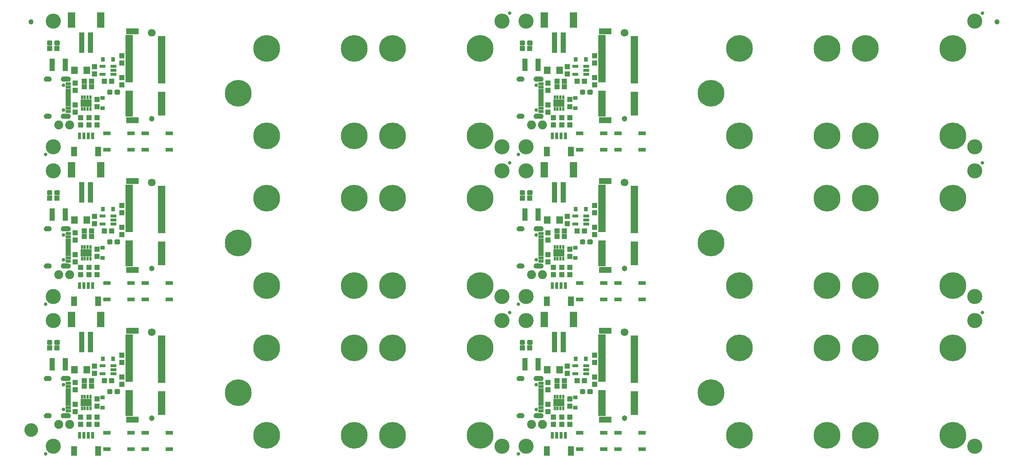
<source format=gts>
G04 EAGLE Gerber RS-274X export*
G75*
%MOMM*%
%FSLAX34Y34*%
%LPD*%
%INSoldermask Top*%
%IPPOS*%
%AMOC8*
5,1,8,0,0,1.08239X$1,22.5*%
G01*
%ADD10R,1.203200X0.503200*%
%ADD11R,1.203200X0.803200*%
%ADD12C,0.853200*%
%ADD13R,1.203200X1.303200*%
%ADD14C,0.838200*%
%ADD15C,3.505200*%
%ADD16R,1.727200X0.965200*%
%ADD17C,6.203200*%
%ADD18R,1.303200X1.203200*%
%ADD19C,0.505344*%
%ADD20C,1.303200*%
%ADD21C,1.803200*%
%ADD22R,1.753200X0.503200*%
%ADD23R,2.953200X1.403200*%
%ADD24R,1.403200X2.203200*%
%ADD25R,0.803200X1.553200*%
%ADD26R,1.203200X4.803200*%
%ADD27R,1.803200X3.603200*%
%ADD28R,0.503200X0.853200*%
%ADD29R,2.553200X1.803200*%
%ADD30R,1.603200X1.803200*%
%ADD31C,2.082800*%
%ADD32R,1.033200X0.833200*%
%ADD33R,1.203200X3.003200*%
%ADD34R,1.403200X0.753200*%
%ADD35R,0.833200X1.033200*%
%ADD36C,1.203200*%
%ADD37C,1.270000*%
%ADD38C,1.703200*%

G36*
X1157584Y872814D02*
X1157584Y872814D01*
X1157587Y872811D01*
X1158709Y872966D01*
X1158714Y872971D01*
X1158718Y872968D01*
X1159789Y873339D01*
X1159793Y873345D01*
X1159798Y873343D01*
X1160775Y873916D01*
X1160778Y873922D01*
X1160783Y873921D01*
X1161630Y874674D01*
X1161632Y874681D01*
X1161637Y874681D01*
X1162321Y875584D01*
X1162321Y875591D01*
X1162326Y875592D01*
X1162821Y876611D01*
X1162819Y876618D01*
X1162824Y876620D01*
X1163111Y877717D01*
X1163109Y877721D01*
X1163111Y877722D01*
X1163109Y877724D01*
X1163112Y877726D01*
X1163179Y878857D01*
X1163177Y878861D01*
X1163179Y878863D01*
X1163112Y879994D01*
X1163107Y879999D01*
X1163111Y880003D01*
X1162824Y881100D01*
X1162818Y881104D01*
X1162821Y881109D01*
X1162326Y882128D01*
X1162320Y882131D01*
X1162321Y882136D01*
X1161637Y883039D01*
X1161630Y883041D01*
X1161630Y883046D01*
X1160783Y883799D01*
X1160776Y883799D01*
X1160775Y883804D01*
X1159798Y884377D01*
X1159791Y884376D01*
X1159789Y884381D01*
X1158718Y884752D01*
X1158712Y884749D01*
X1158709Y884754D01*
X1157587Y884909D01*
X1157582Y884906D01*
X1157580Y884909D01*
X1145580Y884909D01*
X1145575Y884906D01*
X1145572Y884909D01*
X1144305Y884704D01*
X1144299Y884698D01*
X1144295Y884701D01*
X1143105Y884219D01*
X1143101Y884212D01*
X1143095Y884214D01*
X1142042Y883480D01*
X1142040Y883472D01*
X1142034Y883473D01*
X1141171Y882523D01*
X1141170Y882514D01*
X1141165Y882514D01*
X1140535Y881395D01*
X1140536Y881387D01*
X1140530Y881385D01*
X1140165Y880155D01*
X1140168Y880147D01*
X1140163Y880144D01*
X1140081Y878863D01*
X1140084Y878859D01*
X1140081Y878857D01*
X1140163Y877576D01*
X1140169Y877570D01*
X1140165Y877565D01*
X1140530Y876335D01*
X1140537Y876330D01*
X1140535Y876325D01*
X1141165Y875206D01*
X1141172Y875203D01*
X1141171Y875197D01*
X1142034Y874247D01*
X1142042Y874246D01*
X1142042Y874240D01*
X1143095Y873506D01*
X1143103Y873506D01*
X1143105Y873501D01*
X1144295Y873019D01*
X1144302Y873021D01*
X1144305Y873016D01*
X1145572Y872811D01*
X1145577Y872814D01*
X1145580Y872811D01*
X1157580Y872811D01*
X1157584Y872814D01*
G37*
G36*
X60304Y872814D02*
X60304Y872814D01*
X60307Y872811D01*
X61429Y872966D01*
X61434Y872971D01*
X61438Y872968D01*
X62509Y873339D01*
X62513Y873345D01*
X62518Y873343D01*
X63495Y873916D01*
X63498Y873922D01*
X63503Y873921D01*
X64350Y874674D01*
X64352Y874681D01*
X64357Y874681D01*
X65041Y875584D01*
X65041Y875591D01*
X65046Y875592D01*
X65541Y876611D01*
X65539Y876618D01*
X65544Y876620D01*
X65831Y877717D01*
X65829Y877721D01*
X65831Y877722D01*
X65829Y877724D01*
X65832Y877726D01*
X65899Y878857D01*
X65897Y878861D01*
X65899Y878863D01*
X65832Y879994D01*
X65827Y879999D01*
X65831Y880003D01*
X65544Y881100D01*
X65538Y881104D01*
X65541Y881109D01*
X65046Y882128D01*
X65040Y882131D01*
X65041Y882136D01*
X64357Y883039D01*
X64350Y883041D01*
X64350Y883046D01*
X63503Y883799D01*
X63496Y883799D01*
X63495Y883804D01*
X62518Y884377D01*
X62511Y884376D01*
X62509Y884381D01*
X61438Y884752D01*
X61432Y884749D01*
X61429Y884754D01*
X60307Y884909D01*
X60302Y884906D01*
X60300Y884909D01*
X48300Y884909D01*
X48295Y884906D01*
X48292Y884909D01*
X47025Y884704D01*
X47019Y884698D01*
X47015Y884701D01*
X45825Y884219D01*
X45821Y884212D01*
X45815Y884214D01*
X44762Y883480D01*
X44760Y883472D01*
X44754Y883473D01*
X43891Y882523D01*
X43890Y882514D01*
X43885Y882514D01*
X43255Y881395D01*
X43256Y881387D01*
X43250Y881385D01*
X42885Y880155D01*
X42888Y880147D01*
X42883Y880144D01*
X42801Y878863D01*
X42804Y878859D01*
X42801Y878857D01*
X42883Y877576D01*
X42889Y877570D01*
X42885Y877565D01*
X43250Y876335D01*
X43257Y876330D01*
X43255Y876325D01*
X43885Y875206D01*
X43892Y875203D01*
X43891Y875197D01*
X44754Y874247D01*
X44762Y874246D01*
X44762Y874240D01*
X45815Y873506D01*
X45823Y873506D01*
X45825Y873501D01*
X47015Y873019D01*
X47022Y873021D01*
X47025Y873016D01*
X48292Y872811D01*
X48297Y872814D01*
X48300Y872811D01*
X60300Y872811D01*
X60304Y872814D01*
G37*
G36*
X1157584Y786414D02*
X1157584Y786414D01*
X1157587Y786411D01*
X1158709Y786566D01*
X1158714Y786571D01*
X1158718Y786568D01*
X1159789Y786939D01*
X1159793Y786945D01*
X1159798Y786943D01*
X1160775Y787516D01*
X1160778Y787522D01*
X1160783Y787521D01*
X1161630Y788274D01*
X1161632Y788281D01*
X1161637Y788281D01*
X1162321Y789184D01*
X1162321Y789191D01*
X1162326Y789192D01*
X1162821Y790211D01*
X1162819Y790218D01*
X1162824Y790220D01*
X1163111Y791317D01*
X1163109Y791321D01*
X1163111Y791322D01*
X1163109Y791324D01*
X1163112Y791326D01*
X1163179Y792457D01*
X1163177Y792461D01*
X1163179Y792463D01*
X1163112Y793594D01*
X1163107Y793599D01*
X1163111Y793603D01*
X1162824Y794700D01*
X1162818Y794704D01*
X1162821Y794709D01*
X1162326Y795728D01*
X1162320Y795731D01*
X1162321Y795736D01*
X1161637Y796639D01*
X1161630Y796641D01*
X1161630Y796646D01*
X1160783Y797399D01*
X1160776Y797399D01*
X1160775Y797404D01*
X1159798Y797977D01*
X1159791Y797976D01*
X1159789Y797981D01*
X1158718Y798352D01*
X1158712Y798349D01*
X1158709Y798354D01*
X1157587Y798509D01*
X1157582Y798506D01*
X1157580Y798509D01*
X1145580Y798509D01*
X1145575Y798506D01*
X1145572Y798509D01*
X1144305Y798304D01*
X1144299Y798298D01*
X1144295Y798301D01*
X1143105Y797819D01*
X1143101Y797812D01*
X1143095Y797814D01*
X1142042Y797080D01*
X1142040Y797072D01*
X1142034Y797073D01*
X1141171Y796123D01*
X1141170Y796114D01*
X1141165Y796114D01*
X1140535Y794995D01*
X1140536Y794987D01*
X1140530Y794985D01*
X1140165Y793755D01*
X1140168Y793747D01*
X1140163Y793744D01*
X1140081Y792463D01*
X1140084Y792459D01*
X1140081Y792457D01*
X1140163Y791176D01*
X1140169Y791170D01*
X1140165Y791165D01*
X1140530Y789935D01*
X1140537Y789930D01*
X1140535Y789925D01*
X1141165Y788806D01*
X1141172Y788803D01*
X1141171Y788797D01*
X1142034Y787847D01*
X1142042Y787846D01*
X1142042Y787840D01*
X1143095Y787106D01*
X1143103Y787106D01*
X1143105Y787101D01*
X1144295Y786619D01*
X1144302Y786621D01*
X1144305Y786616D01*
X1145572Y786411D01*
X1145577Y786414D01*
X1145580Y786411D01*
X1157580Y786411D01*
X1157584Y786414D01*
G37*
G36*
X60304Y786414D02*
X60304Y786414D01*
X60307Y786411D01*
X61429Y786566D01*
X61434Y786571D01*
X61438Y786568D01*
X62509Y786939D01*
X62513Y786945D01*
X62518Y786943D01*
X63495Y787516D01*
X63498Y787522D01*
X63503Y787521D01*
X64350Y788274D01*
X64352Y788281D01*
X64357Y788281D01*
X65041Y789184D01*
X65041Y789191D01*
X65046Y789192D01*
X65541Y790211D01*
X65539Y790218D01*
X65544Y790220D01*
X65831Y791317D01*
X65829Y791321D01*
X65831Y791322D01*
X65829Y791324D01*
X65832Y791326D01*
X65899Y792457D01*
X65897Y792461D01*
X65899Y792463D01*
X65832Y793594D01*
X65827Y793599D01*
X65831Y793603D01*
X65544Y794700D01*
X65538Y794704D01*
X65541Y794709D01*
X65046Y795728D01*
X65040Y795731D01*
X65041Y795736D01*
X64357Y796639D01*
X64350Y796641D01*
X64350Y796646D01*
X63503Y797399D01*
X63496Y797399D01*
X63495Y797404D01*
X62518Y797977D01*
X62511Y797976D01*
X62509Y797981D01*
X61438Y798352D01*
X61432Y798349D01*
X61429Y798354D01*
X60307Y798509D01*
X60302Y798506D01*
X60300Y798509D01*
X48300Y798509D01*
X48295Y798506D01*
X48292Y798509D01*
X47025Y798304D01*
X47019Y798298D01*
X47015Y798301D01*
X45825Y797819D01*
X45821Y797812D01*
X45815Y797814D01*
X44762Y797080D01*
X44760Y797072D01*
X44754Y797073D01*
X43891Y796123D01*
X43890Y796114D01*
X43885Y796114D01*
X43255Y794995D01*
X43256Y794987D01*
X43250Y794985D01*
X42885Y793755D01*
X42888Y793747D01*
X42883Y793744D01*
X42801Y792463D01*
X42804Y792459D01*
X42801Y792457D01*
X42883Y791176D01*
X42889Y791170D01*
X42885Y791165D01*
X43250Y789935D01*
X43257Y789930D01*
X43255Y789925D01*
X43885Y788806D01*
X43892Y788803D01*
X43891Y788797D01*
X44754Y787847D01*
X44762Y787846D01*
X44762Y787840D01*
X45815Y787106D01*
X45823Y787106D01*
X45825Y787101D01*
X47015Y786619D01*
X47022Y786621D01*
X47025Y786616D01*
X48292Y786411D01*
X48297Y786414D01*
X48300Y786411D01*
X60300Y786411D01*
X60304Y786414D01*
G37*
G36*
X60304Y524834D02*
X60304Y524834D01*
X60307Y524831D01*
X61429Y524986D01*
X61434Y524991D01*
X61438Y524988D01*
X62509Y525359D01*
X62513Y525365D01*
X62518Y525363D01*
X63495Y525936D01*
X63498Y525942D01*
X63503Y525941D01*
X64350Y526694D01*
X64352Y526701D01*
X64357Y526701D01*
X65041Y527604D01*
X65041Y527611D01*
X65046Y527612D01*
X65541Y528631D01*
X65539Y528638D01*
X65544Y528640D01*
X65831Y529737D01*
X65829Y529741D01*
X65831Y529742D01*
X65829Y529744D01*
X65832Y529746D01*
X65899Y530877D01*
X65897Y530881D01*
X65899Y530883D01*
X65832Y532014D01*
X65827Y532019D01*
X65831Y532023D01*
X65544Y533120D01*
X65538Y533124D01*
X65541Y533129D01*
X65046Y534148D01*
X65040Y534151D01*
X65041Y534156D01*
X64357Y535059D01*
X64350Y535061D01*
X64350Y535066D01*
X63503Y535819D01*
X63496Y535819D01*
X63495Y535824D01*
X62518Y536397D01*
X62511Y536396D01*
X62509Y536401D01*
X61438Y536772D01*
X61432Y536769D01*
X61429Y536774D01*
X60307Y536929D01*
X60302Y536926D01*
X60300Y536929D01*
X48300Y536929D01*
X48295Y536926D01*
X48292Y536929D01*
X47025Y536724D01*
X47019Y536718D01*
X47015Y536721D01*
X45825Y536239D01*
X45821Y536232D01*
X45815Y536234D01*
X44762Y535500D01*
X44760Y535492D01*
X44754Y535493D01*
X43891Y534543D01*
X43890Y534534D01*
X43885Y534534D01*
X43255Y533415D01*
X43256Y533407D01*
X43250Y533405D01*
X42885Y532175D01*
X42888Y532167D01*
X42883Y532164D01*
X42801Y530883D01*
X42804Y530879D01*
X42801Y530877D01*
X42883Y529596D01*
X42889Y529590D01*
X42885Y529585D01*
X43250Y528355D01*
X43257Y528350D01*
X43255Y528345D01*
X43885Y527226D01*
X43892Y527223D01*
X43891Y527217D01*
X44754Y526267D01*
X44762Y526266D01*
X44762Y526260D01*
X45815Y525526D01*
X45823Y525526D01*
X45825Y525521D01*
X47015Y525039D01*
X47022Y525041D01*
X47025Y525036D01*
X48292Y524831D01*
X48297Y524834D01*
X48300Y524831D01*
X60300Y524831D01*
X60304Y524834D01*
G37*
G36*
X1157584Y524834D02*
X1157584Y524834D01*
X1157587Y524831D01*
X1158709Y524986D01*
X1158714Y524991D01*
X1158718Y524988D01*
X1159789Y525359D01*
X1159793Y525365D01*
X1159798Y525363D01*
X1160775Y525936D01*
X1160778Y525942D01*
X1160783Y525941D01*
X1161630Y526694D01*
X1161632Y526701D01*
X1161637Y526701D01*
X1162321Y527604D01*
X1162321Y527611D01*
X1162326Y527612D01*
X1162821Y528631D01*
X1162819Y528638D01*
X1162824Y528640D01*
X1163111Y529737D01*
X1163109Y529741D01*
X1163111Y529742D01*
X1163109Y529744D01*
X1163112Y529746D01*
X1163179Y530877D01*
X1163177Y530881D01*
X1163179Y530883D01*
X1163112Y532014D01*
X1163107Y532019D01*
X1163111Y532023D01*
X1162824Y533120D01*
X1162818Y533124D01*
X1162821Y533129D01*
X1162326Y534148D01*
X1162320Y534151D01*
X1162321Y534156D01*
X1161637Y535059D01*
X1161630Y535061D01*
X1161630Y535066D01*
X1160783Y535819D01*
X1160776Y535819D01*
X1160775Y535824D01*
X1159798Y536397D01*
X1159791Y536396D01*
X1159789Y536401D01*
X1158718Y536772D01*
X1158712Y536769D01*
X1158709Y536774D01*
X1157587Y536929D01*
X1157582Y536926D01*
X1157580Y536929D01*
X1145580Y536929D01*
X1145575Y536926D01*
X1145572Y536929D01*
X1144305Y536724D01*
X1144299Y536718D01*
X1144295Y536721D01*
X1143105Y536239D01*
X1143101Y536232D01*
X1143095Y536234D01*
X1142042Y535500D01*
X1142040Y535492D01*
X1142034Y535493D01*
X1141171Y534543D01*
X1141170Y534534D01*
X1141165Y534534D01*
X1140535Y533415D01*
X1140536Y533407D01*
X1140530Y533405D01*
X1140165Y532175D01*
X1140168Y532167D01*
X1140163Y532164D01*
X1140081Y530883D01*
X1140084Y530879D01*
X1140081Y530877D01*
X1140163Y529596D01*
X1140169Y529590D01*
X1140165Y529585D01*
X1140530Y528355D01*
X1140537Y528350D01*
X1140535Y528345D01*
X1141165Y527226D01*
X1141172Y527223D01*
X1141171Y527217D01*
X1142034Y526267D01*
X1142042Y526266D01*
X1142042Y526260D01*
X1143095Y525526D01*
X1143103Y525526D01*
X1143105Y525521D01*
X1144295Y525039D01*
X1144302Y525041D01*
X1144305Y525036D01*
X1145572Y524831D01*
X1145577Y524834D01*
X1145580Y524831D01*
X1157580Y524831D01*
X1157584Y524834D01*
G37*
G36*
X1157584Y438434D02*
X1157584Y438434D01*
X1157587Y438431D01*
X1158709Y438586D01*
X1158714Y438591D01*
X1158718Y438588D01*
X1159789Y438959D01*
X1159793Y438965D01*
X1159798Y438963D01*
X1160775Y439536D01*
X1160778Y439542D01*
X1160783Y439541D01*
X1161630Y440294D01*
X1161632Y440301D01*
X1161637Y440301D01*
X1162321Y441204D01*
X1162321Y441211D01*
X1162326Y441212D01*
X1162821Y442231D01*
X1162819Y442238D01*
X1162824Y442240D01*
X1163111Y443337D01*
X1163109Y443341D01*
X1163111Y443342D01*
X1163109Y443344D01*
X1163112Y443346D01*
X1163179Y444477D01*
X1163177Y444481D01*
X1163179Y444483D01*
X1163112Y445614D01*
X1163107Y445619D01*
X1163111Y445623D01*
X1162824Y446720D01*
X1162818Y446724D01*
X1162821Y446729D01*
X1162326Y447748D01*
X1162320Y447751D01*
X1162321Y447756D01*
X1161637Y448659D01*
X1161630Y448661D01*
X1161630Y448666D01*
X1160783Y449419D01*
X1160776Y449419D01*
X1160775Y449424D01*
X1159798Y449997D01*
X1159791Y449996D01*
X1159789Y450001D01*
X1158718Y450372D01*
X1158712Y450369D01*
X1158709Y450374D01*
X1157587Y450529D01*
X1157582Y450526D01*
X1157580Y450529D01*
X1145580Y450529D01*
X1145575Y450526D01*
X1145572Y450529D01*
X1144305Y450324D01*
X1144299Y450318D01*
X1144295Y450321D01*
X1143105Y449839D01*
X1143101Y449832D01*
X1143095Y449834D01*
X1142042Y449100D01*
X1142040Y449092D01*
X1142034Y449093D01*
X1141171Y448143D01*
X1141170Y448134D01*
X1141165Y448134D01*
X1140535Y447015D01*
X1140536Y447007D01*
X1140530Y447005D01*
X1140165Y445775D01*
X1140168Y445767D01*
X1140163Y445764D01*
X1140081Y444483D01*
X1140084Y444479D01*
X1140081Y444477D01*
X1140163Y443196D01*
X1140169Y443190D01*
X1140165Y443185D01*
X1140530Y441955D01*
X1140537Y441950D01*
X1140535Y441945D01*
X1141165Y440826D01*
X1141172Y440823D01*
X1141171Y440817D01*
X1142034Y439867D01*
X1142042Y439866D01*
X1142042Y439860D01*
X1143095Y439126D01*
X1143103Y439126D01*
X1143105Y439121D01*
X1144295Y438639D01*
X1144302Y438641D01*
X1144305Y438636D01*
X1145572Y438431D01*
X1145577Y438434D01*
X1145580Y438431D01*
X1157580Y438431D01*
X1157584Y438434D01*
G37*
G36*
X60304Y438434D02*
X60304Y438434D01*
X60307Y438431D01*
X61429Y438586D01*
X61434Y438591D01*
X61438Y438588D01*
X62509Y438959D01*
X62513Y438965D01*
X62518Y438963D01*
X63495Y439536D01*
X63498Y439542D01*
X63503Y439541D01*
X64350Y440294D01*
X64352Y440301D01*
X64357Y440301D01*
X65041Y441204D01*
X65041Y441211D01*
X65046Y441212D01*
X65541Y442231D01*
X65539Y442238D01*
X65544Y442240D01*
X65831Y443337D01*
X65829Y443341D01*
X65831Y443342D01*
X65829Y443344D01*
X65832Y443346D01*
X65899Y444477D01*
X65897Y444481D01*
X65899Y444483D01*
X65832Y445614D01*
X65827Y445619D01*
X65831Y445623D01*
X65544Y446720D01*
X65538Y446724D01*
X65541Y446729D01*
X65046Y447748D01*
X65040Y447751D01*
X65041Y447756D01*
X64357Y448659D01*
X64350Y448661D01*
X64350Y448666D01*
X63503Y449419D01*
X63496Y449419D01*
X63495Y449424D01*
X62518Y449997D01*
X62511Y449996D01*
X62509Y450001D01*
X61438Y450372D01*
X61432Y450369D01*
X61429Y450374D01*
X60307Y450529D01*
X60302Y450526D01*
X60300Y450529D01*
X48300Y450529D01*
X48295Y450526D01*
X48292Y450529D01*
X47025Y450324D01*
X47019Y450318D01*
X47015Y450321D01*
X45825Y449839D01*
X45821Y449832D01*
X45815Y449834D01*
X44762Y449100D01*
X44760Y449092D01*
X44754Y449093D01*
X43891Y448143D01*
X43890Y448134D01*
X43885Y448134D01*
X43255Y447015D01*
X43256Y447007D01*
X43250Y447005D01*
X42885Y445775D01*
X42888Y445767D01*
X42883Y445764D01*
X42801Y444483D01*
X42804Y444479D01*
X42801Y444477D01*
X42883Y443196D01*
X42889Y443190D01*
X42885Y443185D01*
X43250Y441955D01*
X43257Y441950D01*
X43255Y441945D01*
X43885Y440826D01*
X43892Y440823D01*
X43891Y440817D01*
X44754Y439867D01*
X44762Y439866D01*
X44762Y439860D01*
X45815Y439126D01*
X45823Y439126D01*
X45825Y439121D01*
X47015Y438639D01*
X47022Y438641D01*
X47025Y438636D01*
X48292Y438431D01*
X48297Y438434D01*
X48300Y438431D01*
X60300Y438431D01*
X60304Y438434D01*
G37*
G36*
X60304Y176854D02*
X60304Y176854D01*
X60307Y176851D01*
X61429Y177006D01*
X61434Y177011D01*
X61438Y177008D01*
X62509Y177379D01*
X62513Y177385D01*
X62518Y177383D01*
X63495Y177956D01*
X63498Y177962D01*
X63503Y177961D01*
X64350Y178714D01*
X64352Y178721D01*
X64357Y178721D01*
X65041Y179624D01*
X65041Y179631D01*
X65046Y179632D01*
X65541Y180651D01*
X65539Y180658D01*
X65544Y180660D01*
X65831Y181757D01*
X65829Y181761D01*
X65831Y181762D01*
X65829Y181764D01*
X65832Y181766D01*
X65899Y182897D01*
X65897Y182901D01*
X65899Y182903D01*
X65832Y184034D01*
X65827Y184039D01*
X65831Y184043D01*
X65544Y185140D01*
X65538Y185144D01*
X65541Y185149D01*
X65046Y186168D01*
X65040Y186171D01*
X65041Y186176D01*
X64357Y187079D01*
X64350Y187081D01*
X64350Y187086D01*
X63503Y187839D01*
X63496Y187839D01*
X63495Y187844D01*
X62518Y188417D01*
X62511Y188416D01*
X62509Y188421D01*
X61438Y188792D01*
X61432Y188789D01*
X61429Y188794D01*
X60307Y188949D01*
X60302Y188946D01*
X60300Y188949D01*
X48300Y188949D01*
X48295Y188946D01*
X48292Y188949D01*
X47025Y188744D01*
X47019Y188738D01*
X47015Y188741D01*
X45825Y188259D01*
X45821Y188252D01*
X45815Y188254D01*
X44762Y187520D01*
X44760Y187512D01*
X44754Y187513D01*
X43891Y186563D01*
X43890Y186554D01*
X43885Y186554D01*
X43255Y185435D01*
X43256Y185427D01*
X43250Y185425D01*
X42885Y184195D01*
X42888Y184187D01*
X42883Y184184D01*
X42801Y182903D01*
X42804Y182899D01*
X42801Y182897D01*
X42883Y181616D01*
X42889Y181610D01*
X42885Y181605D01*
X43250Y180375D01*
X43257Y180370D01*
X43255Y180365D01*
X43885Y179246D01*
X43892Y179243D01*
X43891Y179237D01*
X44754Y178287D01*
X44762Y178286D01*
X44762Y178280D01*
X45815Y177546D01*
X45823Y177546D01*
X45825Y177541D01*
X47015Y177059D01*
X47022Y177061D01*
X47025Y177056D01*
X48292Y176851D01*
X48297Y176854D01*
X48300Y176851D01*
X60300Y176851D01*
X60304Y176854D01*
G37*
G36*
X1157584Y176854D02*
X1157584Y176854D01*
X1157587Y176851D01*
X1158709Y177006D01*
X1158714Y177011D01*
X1158718Y177008D01*
X1159789Y177379D01*
X1159793Y177385D01*
X1159798Y177383D01*
X1160775Y177956D01*
X1160778Y177962D01*
X1160783Y177961D01*
X1161630Y178714D01*
X1161632Y178721D01*
X1161637Y178721D01*
X1162321Y179624D01*
X1162321Y179631D01*
X1162326Y179632D01*
X1162821Y180651D01*
X1162819Y180658D01*
X1162824Y180660D01*
X1163111Y181757D01*
X1163109Y181761D01*
X1163111Y181762D01*
X1163109Y181764D01*
X1163112Y181766D01*
X1163179Y182897D01*
X1163177Y182901D01*
X1163179Y182903D01*
X1163112Y184034D01*
X1163107Y184039D01*
X1163111Y184043D01*
X1162824Y185140D01*
X1162818Y185144D01*
X1162821Y185149D01*
X1162326Y186168D01*
X1162320Y186171D01*
X1162321Y186176D01*
X1161637Y187079D01*
X1161630Y187081D01*
X1161630Y187086D01*
X1160783Y187839D01*
X1160776Y187839D01*
X1160775Y187844D01*
X1159798Y188417D01*
X1159791Y188416D01*
X1159789Y188421D01*
X1158718Y188792D01*
X1158712Y188789D01*
X1158709Y188794D01*
X1157587Y188949D01*
X1157582Y188946D01*
X1157580Y188949D01*
X1145580Y188949D01*
X1145575Y188946D01*
X1145572Y188949D01*
X1144305Y188744D01*
X1144299Y188738D01*
X1144295Y188741D01*
X1143105Y188259D01*
X1143101Y188252D01*
X1143095Y188254D01*
X1142042Y187520D01*
X1142040Y187512D01*
X1142034Y187513D01*
X1141171Y186563D01*
X1141170Y186554D01*
X1141165Y186554D01*
X1140535Y185435D01*
X1140536Y185427D01*
X1140530Y185425D01*
X1140165Y184195D01*
X1140168Y184187D01*
X1140163Y184184D01*
X1140081Y182903D01*
X1140084Y182899D01*
X1140081Y182897D01*
X1140163Y181616D01*
X1140169Y181610D01*
X1140165Y181605D01*
X1140530Y180375D01*
X1140537Y180370D01*
X1140535Y180365D01*
X1141165Y179246D01*
X1141172Y179243D01*
X1141171Y179237D01*
X1142034Y178287D01*
X1142042Y178286D01*
X1142042Y178280D01*
X1143095Y177546D01*
X1143103Y177546D01*
X1143105Y177541D01*
X1144295Y177059D01*
X1144302Y177061D01*
X1144305Y177056D01*
X1145572Y176851D01*
X1145577Y176854D01*
X1145580Y176851D01*
X1157580Y176851D01*
X1157584Y176854D01*
G37*
G36*
X60304Y90454D02*
X60304Y90454D01*
X60307Y90451D01*
X61429Y90606D01*
X61434Y90611D01*
X61438Y90608D01*
X62509Y90979D01*
X62513Y90985D01*
X62518Y90983D01*
X63495Y91556D01*
X63498Y91562D01*
X63503Y91561D01*
X64350Y92314D01*
X64352Y92321D01*
X64357Y92321D01*
X65041Y93224D01*
X65041Y93231D01*
X65046Y93232D01*
X65541Y94251D01*
X65539Y94258D01*
X65544Y94260D01*
X65831Y95357D01*
X65829Y95361D01*
X65831Y95362D01*
X65829Y95364D01*
X65832Y95366D01*
X65899Y96497D01*
X65897Y96501D01*
X65899Y96503D01*
X65832Y97634D01*
X65827Y97639D01*
X65831Y97643D01*
X65544Y98740D01*
X65538Y98744D01*
X65541Y98749D01*
X65046Y99768D01*
X65040Y99771D01*
X65041Y99776D01*
X64357Y100679D01*
X64350Y100681D01*
X64350Y100686D01*
X63503Y101439D01*
X63496Y101439D01*
X63495Y101444D01*
X62518Y102017D01*
X62511Y102016D01*
X62509Y102021D01*
X61438Y102392D01*
X61432Y102389D01*
X61429Y102394D01*
X60307Y102549D01*
X60302Y102546D01*
X60300Y102549D01*
X48300Y102549D01*
X48295Y102546D01*
X48292Y102549D01*
X47025Y102344D01*
X47019Y102338D01*
X47015Y102341D01*
X45825Y101859D01*
X45821Y101852D01*
X45815Y101854D01*
X44762Y101120D01*
X44760Y101112D01*
X44754Y101113D01*
X43891Y100163D01*
X43890Y100154D01*
X43885Y100154D01*
X43255Y99035D01*
X43256Y99027D01*
X43250Y99025D01*
X42885Y97795D01*
X42888Y97787D01*
X42883Y97784D01*
X42801Y96503D01*
X42804Y96499D01*
X42801Y96497D01*
X42883Y95216D01*
X42889Y95210D01*
X42885Y95205D01*
X43250Y93975D01*
X43257Y93970D01*
X43255Y93965D01*
X43885Y92846D01*
X43892Y92843D01*
X43891Y92837D01*
X44754Y91887D01*
X44762Y91886D01*
X44762Y91880D01*
X45815Y91146D01*
X45823Y91146D01*
X45825Y91141D01*
X47015Y90659D01*
X47022Y90661D01*
X47025Y90656D01*
X48292Y90451D01*
X48297Y90454D01*
X48300Y90451D01*
X60300Y90451D01*
X60304Y90454D01*
G37*
G36*
X1157584Y90454D02*
X1157584Y90454D01*
X1157587Y90451D01*
X1158709Y90606D01*
X1158714Y90611D01*
X1158718Y90608D01*
X1159789Y90979D01*
X1159793Y90985D01*
X1159798Y90983D01*
X1160775Y91556D01*
X1160778Y91562D01*
X1160783Y91561D01*
X1161630Y92314D01*
X1161632Y92321D01*
X1161637Y92321D01*
X1162321Y93224D01*
X1162321Y93231D01*
X1162326Y93232D01*
X1162821Y94251D01*
X1162819Y94258D01*
X1162824Y94260D01*
X1163111Y95357D01*
X1163109Y95361D01*
X1163111Y95362D01*
X1163109Y95364D01*
X1163112Y95366D01*
X1163179Y96497D01*
X1163177Y96501D01*
X1163179Y96503D01*
X1163112Y97634D01*
X1163107Y97639D01*
X1163111Y97643D01*
X1162824Y98740D01*
X1162818Y98744D01*
X1162821Y98749D01*
X1162326Y99768D01*
X1162320Y99771D01*
X1162321Y99776D01*
X1161637Y100679D01*
X1161630Y100681D01*
X1161630Y100686D01*
X1160783Y101439D01*
X1160776Y101439D01*
X1160775Y101444D01*
X1159798Y102017D01*
X1159791Y102016D01*
X1159789Y102021D01*
X1158718Y102392D01*
X1158712Y102389D01*
X1158709Y102394D01*
X1157587Y102549D01*
X1157582Y102546D01*
X1157580Y102549D01*
X1145580Y102549D01*
X1145575Y102546D01*
X1145572Y102549D01*
X1144305Y102344D01*
X1144299Y102338D01*
X1144295Y102341D01*
X1143105Y101859D01*
X1143101Y101852D01*
X1143095Y101854D01*
X1142042Y101120D01*
X1142040Y101112D01*
X1142034Y101113D01*
X1141171Y100163D01*
X1141170Y100154D01*
X1141165Y100154D01*
X1140535Y99035D01*
X1140536Y99027D01*
X1140530Y99025D01*
X1140165Y97795D01*
X1140168Y97787D01*
X1140163Y97784D01*
X1140081Y96503D01*
X1140084Y96499D01*
X1140081Y96497D01*
X1140163Y95216D01*
X1140169Y95210D01*
X1140165Y95205D01*
X1140530Y93975D01*
X1140537Y93970D01*
X1140535Y93965D01*
X1141165Y92846D01*
X1141172Y92843D01*
X1141171Y92837D01*
X1142034Y91887D01*
X1142042Y91886D01*
X1142042Y91880D01*
X1143095Y91146D01*
X1143103Y91146D01*
X1143105Y91141D01*
X1144295Y90659D01*
X1144302Y90661D01*
X1144305Y90656D01*
X1145572Y90451D01*
X1145577Y90454D01*
X1145580Y90451D01*
X1157580Y90451D01*
X1157584Y90454D01*
G37*
G36*
X15503Y872813D02*
X15503Y872813D01*
X15505Y872811D01*
X16681Y872922D01*
X16686Y872927D01*
X16690Y872924D01*
X17822Y873262D01*
X17826Y873268D01*
X17831Y873266D01*
X18875Y873818D01*
X18878Y873825D01*
X18883Y873823D01*
X19799Y874569D01*
X19800Y874576D01*
X19806Y874576D01*
X20559Y875486D01*
X20559Y875493D01*
X20564Y875494D01*
X21125Y876533D01*
X21124Y876538D01*
X21128Y876540D01*
X21127Y876541D01*
X21129Y876542D01*
X21476Y877671D01*
X21476Y877672D01*
X21477Y877673D01*
X21474Y877677D01*
X21478Y877680D01*
X21599Y878855D01*
X21595Y878862D01*
X21599Y878866D01*
X21442Y880206D01*
X21437Y880212D01*
X21440Y880217D01*
X20989Y881488D01*
X20982Y881493D01*
X20984Y881498D01*
X20262Y882637D01*
X20254Y882640D01*
X20255Y882646D01*
X19297Y883596D01*
X19289Y883597D01*
X19288Y883603D01*
X18143Y884316D01*
X18135Y884315D01*
X18133Y884321D01*
X16857Y884761D01*
X16850Y884759D01*
X16847Y884763D01*
X15505Y884909D01*
X15502Y884907D01*
X15500Y884909D01*
X9500Y884909D01*
X9497Y884907D01*
X9494Y884909D01*
X8165Y884754D01*
X8159Y884748D01*
X8155Y884751D01*
X6894Y884304D01*
X6889Y884297D01*
X6884Y884299D01*
X5754Y883582D01*
X5751Y883575D01*
X5745Y883576D01*
X4803Y882626D01*
X4802Y882617D01*
X4796Y882617D01*
X4089Y881481D01*
X4090Y881473D01*
X4084Y881471D01*
X3648Y880206D01*
X3650Y880198D01*
X3645Y880196D01*
X3501Y878865D01*
X3505Y878859D01*
X3501Y878855D01*
X3611Y877689D01*
X3616Y877684D01*
X3613Y877680D01*
X3948Y876557D01*
X3954Y876553D01*
X3952Y876549D01*
X4500Y875513D01*
X4506Y875510D01*
X4505Y875505D01*
X5244Y874597D01*
X5251Y874595D01*
X5251Y874590D01*
X6153Y873843D01*
X6161Y873843D01*
X6161Y873838D01*
X7192Y873281D01*
X7199Y873282D01*
X7201Y873277D01*
X8320Y872933D01*
X8327Y872935D01*
X8330Y872931D01*
X9495Y872811D01*
X9498Y872813D01*
X9500Y872811D01*
X15500Y872811D01*
X15503Y872813D01*
G37*
G36*
X1112783Y872813D02*
X1112783Y872813D01*
X1112785Y872811D01*
X1113961Y872922D01*
X1113966Y872927D01*
X1113970Y872924D01*
X1115102Y873262D01*
X1115106Y873268D01*
X1115111Y873266D01*
X1116155Y873818D01*
X1116158Y873825D01*
X1116163Y873823D01*
X1117079Y874569D01*
X1117080Y874576D01*
X1117086Y874576D01*
X1117839Y875486D01*
X1117839Y875493D01*
X1117844Y875494D01*
X1118405Y876533D01*
X1118404Y876538D01*
X1118408Y876540D01*
X1118407Y876541D01*
X1118409Y876542D01*
X1118756Y877671D01*
X1118756Y877672D01*
X1118757Y877673D01*
X1118754Y877677D01*
X1118758Y877680D01*
X1118879Y878855D01*
X1118875Y878862D01*
X1118879Y878866D01*
X1118722Y880206D01*
X1118717Y880212D01*
X1118720Y880217D01*
X1118269Y881488D01*
X1118262Y881493D01*
X1118264Y881498D01*
X1117542Y882637D01*
X1117534Y882640D01*
X1117535Y882646D01*
X1116577Y883596D01*
X1116569Y883597D01*
X1116568Y883603D01*
X1115423Y884316D01*
X1115415Y884315D01*
X1115413Y884321D01*
X1114137Y884761D01*
X1114130Y884759D01*
X1114127Y884763D01*
X1112785Y884909D01*
X1112782Y884907D01*
X1112780Y884909D01*
X1106780Y884909D01*
X1106777Y884907D01*
X1106774Y884909D01*
X1105445Y884754D01*
X1105439Y884748D01*
X1105435Y884751D01*
X1104174Y884304D01*
X1104169Y884297D01*
X1104164Y884299D01*
X1103034Y883582D01*
X1103031Y883575D01*
X1103025Y883576D01*
X1102083Y882626D01*
X1102082Y882617D01*
X1102076Y882617D01*
X1101369Y881481D01*
X1101370Y881473D01*
X1101364Y881471D01*
X1100928Y880206D01*
X1100930Y880198D01*
X1100925Y880196D01*
X1100781Y878865D01*
X1100785Y878859D01*
X1100781Y878855D01*
X1100891Y877689D01*
X1100896Y877684D01*
X1100893Y877680D01*
X1101228Y876557D01*
X1101234Y876553D01*
X1101232Y876549D01*
X1101780Y875513D01*
X1101786Y875510D01*
X1101785Y875505D01*
X1102524Y874597D01*
X1102531Y874595D01*
X1102531Y874590D01*
X1103433Y873843D01*
X1103441Y873843D01*
X1103441Y873838D01*
X1104472Y873281D01*
X1104479Y873282D01*
X1104481Y873277D01*
X1105600Y872933D01*
X1105607Y872935D01*
X1105610Y872931D01*
X1106775Y872811D01*
X1106778Y872813D01*
X1106780Y872811D01*
X1112780Y872811D01*
X1112783Y872813D01*
G37*
G36*
X15503Y786413D02*
X15503Y786413D01*
X15505Y786411D01*
X16681Y786522D01*
X16686Y786527D01*
X16690Y786524D01*
X17822Y786862D01*
X17826Y786868D01*
X17831Y786866D01*
X18875Y787418D01*
X18878Y787425D01*
X18883Y787423D01*
X19799Y788169D01*
X19800Y788176D01*
X19806Y788176D01*
X20559Y789086D01*
X20559Y789093D01*
X20564Y789094D01*
X21125Y790133D01*
X21124Y790138D01*
X21128Y790140D01*
X21127Y790141D01*
X21129Y790142D01*
X21476Y791271D01*
X21476Y791272D01*
X21477Y791273D01*
X21474Y791277D01*
X21478Y791280D01*
X21599Y792455D01*
X21595Y792462D01*
X21599Y792466D01*
X21442Y793806D01*
X21437Y793812D01*
X21440Y793817D01*
X20989Y795088D01*
X20982Y795093D01*
X20984Y795098D01*
X20262Y796237D01*
X20254Y796240D01*
X20255Y796246D01*
X19297Y797196D01*
X19289Y797197D01*
X19288Y797203D01*
X18143Y797916D01*
X18135Y797915D01*
X18133Y797921D01*
X16857Y798361D01*
X16850Y798359D01*
X16847Y798363D01*
X15505Y798509D01*
X15502Y798507D01*
X15500Y798509D01*
X9500Y798509D01*
X9497Y798507D01*
X9494Y798509D01*
X8165Y798354D01*
X8159Y798348D01*
X8155Y798351D01*
X6894Y797904D01*
X6889Y797897D01*
X6884Y797899D01*
X5754Y797182D01*
X5751Y797175D01*
X5745Y797176D01*
X4803Y796226D01*
X4802Y796217D01*
X4796Y796217D01*
X4089Y795081D01*
X4090Y795073D01*
X4084Y795071D01*
X3648Y793806D01*
X3650Y793798D01*
X3645Y793796D01*
X3501Y792465D01*
X3505Y792459D01*
X3501Y792455D01*
X3611Y791289D01*
X3616Y791284D01*
X3613Y791280D01*
X3948Y790157D01*
X3954Y790153D01*
X3952Y790149D01*
X4500Y789113D01*
X4506Y789110D01*
X4505Y789105D01*
X5244Y788197D01*
X5251Y788195D01*
X5251Y788190D01*
X6153Y787443D01*
X6161Y787443D01*
X6161Y787438D01*
X7192Y786881D01*
X7199Y786882D01*
X7201Y786877D01*
X8320Y786533D01*
X8327Y786535D01*
X8330Y786531D01*
X9495Y786411D01*
X9498Y786413D01*
X9500Y786411D01*
X15500Y786411D01*
X15503Y786413D01*
G37*
G36*
X1112783Y786413D02*
X1112783Y786413D01*
X1112785Y786411D01*
X1113961Y786522D01*
X1113966Y786527D01*
X1113970Y786524D01*
X1115102Y786862D01*
X1115106Y786868D01*
X1115111Y786866D01*
X1116155Y787418D01*
X1116158Y787425D01*
X1116163Y787423D01*
X1117079Y788169D01*
X1117080Y788176D01*
X1117086Y788176D01*
X1117839Y789086D01*
X1117839Y789093D01*
X1117844Y789094D01*
X1118405Y790133D01*
X1118404Y790138D01*
X1118408Y790140D01*
X1118407Y790141D01*
X1118409Y790142D01*
X1118756Y791271D01*
X1118756Y791272D01*
X1118757Y791273D01*
X1118754Y791277D01*
X1118758Y791280D01*
X1118879Y792455D01*
X1118875Y792462D01*
X1118879Y792466D01*
X1118722Y793806D01*
X1118717Y793812D01*
X1118720Y793817D01*
X1118269Y795088D01*
X1118262Y795093D01*
X1118264Y795098D01*
X1117542Y796237D01*
X1117534Y796240D01*
X1117535Y796246D01*
X1116577Y797196D01*
X1116569Y797197D01*
X1116568Y797203D01*
X1115423Y797916D01*
X1115415Y797915D01*
X1115413Y797921D01*
X1114137Y798361D01*
X1114130Y798359D01*
X1114127Y798363D01*
X1112785Y798509D01*
X1112782Y798507D01*
X1112780Y798509D01*
X1106780Y798509D01*
X1106777Y798507D01*
X1106774Y798509D01*
X1105445Y798354D01*
X1105439Y798348D01*
X1105435Y798351D01*
X1104174Y797904D01*
X1104169Y797897D01*
X1104164Y797899D01*
X1103034Y797182D01*
X1103031Y797175D01*
X1103025Y797176D01*
X1102083Y796226D01*
X1102082Y796217D01*
X1102076Y796217D01*
X1101369Y795081D01*
X1101370Y795073D01*
X1101364Y795071D01*
X1100928Y793806D01*
X1100930Y793798D01*
X1100925Y793796D01*
X1100781Y792465D01*
X1100785Y792459D01*
X1100781Y792455D01*
X1100891Y791289D01*
X1100896Y791284D01*
X1100893Y791280D01*
X1101228Y790157D01*
X1101234Y790153D01*
X1101232Y790149D01*
X1101780Y789113D01*
X1101786Y789110D01*
X1101785Y789105D01*
X1102524Y788197D01*
X1102531Y788195D01*
X1102531Y788190D01*
X1103433Y787443D01*
X1103441Y787443D01*
X1103441Y787438D01*
X1104472Y786881D01*
X1104479Y786882D01*
X1104481Y786877D01*
X1105600Y786533D01*
X1105607Y786535D01*
X1105610Y786531D01*
X1106775Y786411D01*
X1106778Y786413D01*
X1106780Y786411D01*
X1112780Y786411D01*
X1112783Y786413D01*
G37*
G36*
X15503Y524833D02*
X15503Y524833D01*
X15505Y524831D01*
X16681Y524942D01*
X16686Y524947D01*
X16690Y524944D01*
X17822Y525282D01*
X17826Y525288D01*
X17831Y525286D01*
X18875Y525838D01*
X18878Y525845D01*
X18883Y525843D01*
X19799Y526589D01*
X19800Y526596D01*
X19806Y526596D01*
X20559Y527506D01*
X20559Y527513D01*
X20564Y527514D01*
X21125Y528553D01*
X21124Y528558D01*
X21128Y528560D01*
X21127Y528561D01*
X21129Y528562D01*
X21476Y529691D01*
X21476Y529692D01*
X21477Y529693D01*
X21474Y529697D01*
X21478Y529700D01*
X21599Y530875D01*
X21595Y530882D01*
X21599Y530886D01*
X21442Y532226D01*
X21437Y532232D01*
X21440Y532237D01*
X20989Y533508D01*
X20982Y533513D01*
X20984Y533518D01*
X20262Y534657D01*
X20254Y534660D01*
X20255Y534666D01*
X19297Y535616D01*
X19289Y535617D01*
X19288Y535623D01*
X18143Y536336D01*
X18135Y536335D01*
X18133Y536341D01*
X16857Y536781D01*
X16850Y536779D01*
X16847Y536783D01*
X15505Y536929D01*
X15502Y536927D01*
X15500Y536929D01*
X9500Y536929D01*
X9497Y536927D01*
X9494Y536929D01*
X8165Y536774D01*
X8159Y536768D01*
X8155Y536771D01*
X6894Y536324D01*
X6889Y536317D01*
X6884Y536319D01*
X5754Y535602D01*
X5751Y535595D01*
X5745Y535596D01*
X4803Y534646D01*
X4802Y534637D01*
X4796Y534637D01*
X4089Y533501D01*
X4090Y533493D01*
X4084Y533491D01*
X3648Y532226D01*
X3650Y532218D01*
X3645Y532216D01*
X3501Y530885D01*
X3505Y530879D01*
X3501Y530875D01*
X3611Y529709D01*
X3616Y529704D01*
X3613Y529700D01*
X3948Y528577D01*
X3954Y528573D01*
X3952Y528569D01*
X4500Y527533D01*
X4506Y527530D01*
X4505Y527525D01*
X5244Y526617D01*
X5251Y526615D01*
X5251Y526610D01*
X6153Y525863D01*
X6161Y525863D01*
X6161Y525858D01*
X7192Y525301D01*
X7199Y525302D01*
X7201Y525297D01*
X8320Y524953D01*
X8327Y524955D01*
X8330Y524951D01*
X9495Y524831D01*
X9498Y524833D01*
X9500Y524831D01*
X15500Y524831D01*
X15503Y524833D01*
G37*
G36*
X1112783Y524833D02*
X1112783Y524833D01*
X1112785Y524831D01*
X1113961Y524942D01*
X1113966Y524947D01*
X1113970Y524944D01*
X1115102Y525282D01*
X1115106Y525288D01*
X1115111Y525286D01*
X1116155Y525838D01*
X1116158Y525845D01*
X1116163Y525843D01*
X1117079Y526589D01*
X1117080Y526596D01*
X1117086Y526596D01*
X1117839Y527506D01*
X1117839Y527513D01*
X1117844Y527514D01*
X1118405Y528553D01*
X1118404Y528558D01*
X1118408Y528560D01*
X1118407Y528561D01*
X1118409Y528562D01*
X1118756Y529691D01*
X1118756Y529692D01*
X1118757Y529693D01*
X1118754Y529697D01*
X1118758Y529700D01*
X1118879Y530875D01*
X1118875Y530882D01*
X1118879Y530886D01*
X1118722Y532226D01*
X1118717Y532232D01*
X1118720Y532237D01*
X1118269Y533508D01*
X1118262Y533513D01*
X1118264Y533518D01*
X1117542Y534657D01*
X1117534Y534660D01*
X1117535Y534666D01*
X1116577Y535616D01*
X1116569Y535617D01*
X1116568Y535623D01*
X1115423Y536336D01*
X1115415Y536335D01*
X1115413Y536341D01*
X1114137Y536781D01*
X1114130Y536779D01*
X1114127Y536783D01*
X1112785Y536929D01*
X1112782Y536927D01*
X1112780Y536929D01*
X1106780Y536929D01*
X1106777Y536927D01*
X1106774Y536929D01*
X1105445Y536774D01*
X1105439Y536768D01*
X1105435Y536771D01*
X1104174Y536324D01*
X1104169Y536317D01*
X1104164Y536319D01*
X1103034Y535602D01*
X1103031Y535595D01*
X1103025Y535596D01*
X1102083Y534646D01*
X1102082Y534637D01*
X1102076Y534637D01*
X1101369Y533501D01*
X1101370Y533493D01*
X1101364Y533491D01*
X1100928Y532226D01*
X1100930Y532218D01*
X1100925Y532216D01*
X1100781Y530885D01*
X1100785Y530879D01*
X1100781Y530875D01*
X1100891Y529709D01*
X1100896Y529704D01*
X1100893Y529700D01*
X1101228Y528577D01*
X1101234Y528573D01*
X1101232Y528569D01*
X1101780Y527533D01*
X1101786Y527530D01*
X1101785Y527525D01*
X1102524Y526617D01*
X1102531Y526615D01*
X1102531Y526610D01*
X1103433Y525863D01*
X1103441Y525863D01*
X1103441Y525858D01*
X1104472Y525301D01*
X1104479Y525302D01*
X1104481Y525297D01*
X1105600Y524953D01*
X1105607Y524955D01*
X1105610Y524951D01*
X1106775Y524831D01*
X1106778Y524833D01*
X1106780Y524831D01*
X1112780Y524831D01*
X1112783Y524833D01*
G37*
G36*
X1112783Y438433D02*
X1112783Y438433D01*
X1112785Y438431D01*
X1113961Y438542D01*
X1113966Y438547D01*
X1113970Y438544D01*
X1115102Y438882D01*
X1115106Y438888D01*
X1115111Y438886D01*
X1116155Y439438D01*
X1116158Y439445D01*
X1116163Y439443D01*
X1117079Y440189D01*
X1117080Y440196D01*
X1117086Y440196D01*
X1117839Y441106D01*
X1117839Y441113D01*
X1117844Y441114D01*
X1118405Y442153D01*
X1118404Y442158D01*
X1118408Y442160D01*
X1118407Y442161D01*
X1118409Y442162D01*
X1118756Y443291D01*
X1118756Y443292D01*
X1118757Y443293D01*
X1118754Y443297D01*
X1118758Y443300D01*
X1118879Y444475D01*
X1118875Y444482D01*
X1118879Y444486D01*
X1118722Y445826D01*
X1118717Y445832D01*
X1118720Y445837D01*
X1118269Y447108D01*
X1118262Y447113D01*
X1118264Y447118D01*
X1117542Y448257D01*
X1117534Y448260D01*
X1117535Y448266D01*
X1116577Y449216D01*
X1116569Y449217D01*
X1116568Y449223D01*
X1115423Y449936D01*
X1115415Y449935D01*
X1115413Y449941D01*
X1114137Y450381D01*
X1114130Y450379D01*
X1114127Y450383D01*
X1112785Y450529D01*
X1112782Y450527D01*
X1112780Y450529D01*
X1106780Y450529D01*
X1106777Y450527D01*
X1106774Y450529D01*
X1105445Y450374D01*
X1105439Y450368D01*
X1105435Y450371D01*
X1104174Y449924D01*
X1104169Y449917D01*
X1104164Y449919D01*
X1103034Y449202D01*
X1103031Y449195D01*
X1103025Y449196D01*
X1102083Y448246D01*
X1102082Y448237D01*
X1102076Y448237D01*
X1101369Y447101D01*
X1101370Y447093D01*
X1101364Y447091D01*
X1100928Y445826D01*
X1100930Y445818D01*
X1100925Y445816D01*
X1100781Y444485D01*
X1100785Y444479D01*
X1100781Y444475D01*
X1100891Y443309D01*
X1100896Y443304D01*
X1100893Y443300D01*
X1101228Y442177D01*
X1101234Y442173D01*
X1101232Y442169D01*
X1101780Y441133D01*
X1101786Y441130D01*
X1101785Y441125D01*
X1102524Y440217D01*
X1102531Y440215D01*
X1102531Y440210D01*
X1103433Y439463D01*
X1103441Y439463D01*
X1103441Y439458D01*
X1104472Y438901D01*
X1104479Y438902D01*
X1104481Y438897D01*
X1105600Y438553D01*
X1105607Y438555D01*
X1105610Y438551D01*
X1106775Y438431D01*
X1106778Y438433D01*
X1106780Y438431D01*
X1112780Y438431D01*
X1112783Y438433D01*
G37*
G36*
X15503Y438433D02*
X15503Y438433D01*
X15505Y438431D01*
X16681Y438542D01*
X16686Y438547D01*
X16690Y438544D01*
X17822Y438882D01*
X17826Y438888D01*
X17831Y438886D01*
X18875Y439438D01*
X18878Y439445D01*
X18883Y439443D01*
X19799Y440189D01*
X19800Y440196D01*
X19806Y440196D01*
X20559Y441106D01*
X20559Y441113D01*
X20564Y441114D01*
X21125Y442153D01*
X21124Y442158D01*
X21128Y442160D01*
X21127Y442161D01*
X21129Y442162D01*
X21476Y443291D01*
X21476Y443292D01*
X21477Y443293D01*
X21474Y443297D01*
X21478Y443300D01*
X21599Y444475D01*
X21595Y444482D01*
X21599Y444486D01*
X21442Y445826D01*
X21437Y445832D01*
X21440Y445837D01*
X20989Y447108D01*
X20982Y447113D01*
X20984Y447118D01*
X20262Y448257D01*
X20254Y448260D01*
X20255Y448266D01*
X19297Y449216D01*
X19289Y449217D01*
X19288Y449223D01*
X18143Y449936D01*
X18135Y449935D01*
X18133Y449941D01*
X16857Y450381D01*
X16850Y450379D01*
X16847Y450383D01*
X15505Y450529D01*
X15502Y450527D01*
X15500Y450529D01*
X9500Y450529D01*
X9497Y450527D01*
X9494Y450529D01*
X8165Y450374D01*
X8159Y450368D01*
X8155Y450371D01*
X6894Y449924D01*
X6889Y449917D01*
X6884Y449919D01*
X5754Y449202D01*
X5751Y449195D01*
X5745Y449196D01*
X4803Y448246D01*
X4802Y448237D01*
X4796Y448237D01*
X4089Y447101D01*
X4090Y447093D01*
X4084Y447091D01*
X3648Y445826D01*
X3650Y445818D01*
X3645Y445816D01*
X3501Y444485D01*
X3505Y444479D01*
X3501Y444475D01*
X3611Y443309D01*
X3616Y443304D01*
X3613Y443300D01*
X3948Y442177D01*
X3954Y442173D01*
X3952Y442169D01*
X4500Y441133D01*
X4506Y441130D01*
X4505Y441125D01*
X5244Y440217D01*
X5251Y440215D01*
X5251Y440210D01*
X6153Y439463D01*
X6161Y439463D01*
X6161Y439458D01*
X7192Y438901D01*
X7199Y438902D01*
X7201Y438897D01*
X8320Y438553D01*
X8327Y438555D01*
X8330Y438551D01*
X9495Y438431D01*
X9498Y438433D01*
X9500Y438431D01*
X15500Y438431D01*
X15503Y438433D01*
G37*
G36*
X1112783Y176853D02*
X1112783Y176853D01*
X1112785Y176851D01*
X1113961Y176962D01*
X1113966Y176967D01*
X1113970Y176964D01*
X1115102Y177302D01*
X1115106Y177308D01*
X1115111Y177306D01*
X1116155Y177858D01*
X1116158Y177865D01*
X1116163Y177863D01*
X1117079Y178609D01*
X1117080Y178616D01*
X1117086Y178616D01*
X1117839Y179526D01*
X1117839Y179533D01*
X1117844Y179534D01*
X1118405Y180573D01*
X1118404Y180578D01*
X1118408Y180580D01*
X1118407Y180581D01*
X1118409Y180582D01*
X1118756Y181711D01*
X1118756Y181712D01*
X1118757Y181713D01*
X1118754Y181717D01*
X1118758Y181720D01*
X1118879Y182895D01*
X1118875Y182902D01*
X1118879Y182906D01*
X1118722Y184246D01*
X1118717Y184252D01*
X1118720Y184257D01*
X1118269Y185528D01*
X1118262Y185533D01*
X1118264Y185538D01*
X1117542Y186677D01*
X1117534Y186680D01*
X1117535Y186686D01*
X1116577Y187636D01*
X1116569Y187637D01*
X1116568Y187643D01*
X1115423Y188356D01*
X1115415Y188355D01*
X1115413Y188361D01*
X1114137Y188801D01*
X1114130Y188799D01*
X1114127Y188803D01*
X1112785Y188949D01*
X1112782Y188947D01*
X1112780Y188949D01*
X1106780Y188949D01*
X1106777Y188947D01*
X1106774Y188949D01*
X1105445Y188794D01*
X1105439Y188788D01*
X1105435Y188791D01*
X1104174Y188344D01*
X1104169Y188337D01*
X1104164Y188339D01*
X1103034Y187622D01*
X1103031Y187615D01*
X1103025Y187616D01*
X1102083Y186666D01*
X1102082Y186657D01*
X1102076Y186657D01*
X1101369Y185521D01*
X1101370Y185513D01*
X1101364Y185511D01*
X1100928Y184246D01*
X1100930Y184238D01*
X1100925Y184236D01*
X1100781Y182905D01*
X1100785Y182899D01*
X1100781Y182895D01*
X1100891Y181729D01*
X1100896Y181724D01*
X1100893Y181720D01*
X1101228Y180597D01*
X1101234Y180593D01*
X1101232Y180589D01*
X1101780Y179553D01*
X1101786Y179550D01*
X1101785Y179545D01*
X1102524Y178637D01*
X1102531Y178635D01*
X1102531Y178630D01*
X1103433Y177883D01*
X1103441Y177883D01*
X1103441Y177878D01*
X1104472Y177321D01*
X1104479Y177322D01*
X1104481Y177317D01*
X1105600Y176973D01*
X1105607Y176975D01*
X1105610Y176971D01*
X1106775Y176851D01*
X1106778Y176853D01*
X1106780Y176851D01*
X1112780Y176851D01*
X1112783Y176853D01*
G37*
G36*
X15503Y176853D02*
X15503Y176853D01*
X15505Y176851D01*
X16681Y176962D01*
X16686Y176967D01*
X16690Y176964D01*
X17822Y177302D01*
X17826Y177308D01*
X17831Y177306D01*
X18875Y177858D01*
X18878Y177865D01*
X18883Y177863D01*
X19799Y178609D01*
X19800Y178616D01*
X19806Y178616D01*
X20559Y179526D01*
X20559Y179533D01*
X20564Y179534D01*
X21125Y180573D01*
X21124Y180578D01*
X21128Y180580D01*
X21127Y180581D01*
X21129Y180582D01*
X21476Y181711D01*
X21476Y181712D01*
X21477Y181713D01*
X21474Y181717D01*
X21478Y181720D01*
X21599Y182895D01*
X21595Y182902D01*
X21599Y182906D01*
X21442Y184246D01*
X21437Y184252D01*
X21440Y184257D01*
X20989Y185528D01*
X20982Y185533D01*
X20984Y185538D01*
X20262Y186677D01*
X20254Y186680D01*
X20255Y186686D01*
X19297Y187636D01*
X19289Y187637D01*
X19288Y187643D01*
X18143Y188356D01*
X18135Y188355D01*
X18133Y188361D01*
X16857Y188801D01*
X16850Y188799D01*
X16847Y188803D01*
X15505Y188949D01*
X15502Y188947D01*
X15500Y188949D01*
X9500Y188949D01*
X9497Y188947D01*
X9494Y188949D01*
X8165Y188794D01*
X8159Y188788D01*
X8155Y188791D01*
X6894Y188344D01*
X6889Y188337D01*
X6884Y188339D01*
X5754Y187622D01*
X5751Y187615D01*
X5745Y187616D01*
X4803Y186666D01*
X4802Y186657D01*
X4796Y186657D01*
X4089Y185521D01*
X4090Y185513D01*
X4084Y185511D01*
X3648Y184246D01*
X3650Y184238D01*
X3645Y184236D01*
X3501Y182905D01*
X3505Y182899D01*
X3501Y182895D01*
X3611Y181729D01*
X3616Y181724D01*
X3613Y181720D01*
X3948Y180597D01*
X3954Y180593D01*
X3952Y180589D01*
X4500Y179553D01*
X4506Y179550D01*
X4505Y179545D01*
X5244Y178637D01*
X5251Y178635D01*
X5251Y178630D01*
X6153Y177883D01*
X6161Y177883D01*
X6161Y177878D01*
X7192Y177321D01*
X7199Y177322D01*
X7201Y177317D01*
X8320Y176973D01*
X8327Y176975D01*
X8330Y176971D01*
X9495Y176851D01*
X9498Y176853D01*
X9500Y176851D01*
X15500Y176851D01*
X15503Y176853D01*
G37*
G36*
X15503Y90453D02*
X15503Y90453D01*
X15505Y90451D01*
X16681Y90562D01*
X16686Y90567D01*
X16690Y90564D01*
X17822Y90902D01*
X17826Y90908D01*
X17831Y90906D01*
X18875Y91458D01*
X18878Y91465D01*
X18883Y91463D01*
X19799Y92209D01*
X19800Y92216D01*
X19806Y92216D01*
X20559Y93126D01*
X20559Y93133D01*
X20564Y93134D01*
X21125Y94173D01*
X21124Y94178D01*
X21128Y94180D01*
X21127Y94181D01*
X21129Y94182D01*
X21476Y95311D01*
X21476Y95312D01*
X21477Y95313D01*
X21474Y95317D01*
X21478Y95320D01*
X21599Y96495D01*
X21595Y96502D01*
X21599Y96506D01*
X21442Y97846D01*
X21437Y97852D01*
X21440Y97857D01*
X20989Y99128D01*
X20982Y99133D01*
X20984Y99138D01*
X20262Y100277D01*
X20254Y100280D01*
X20255Y100286D01*
X19297Y101236D01*
X19289Y101237D01*
X19288Y101243D01*
X18143Y101956D01*
X18135Y101955D01*
X18133Y101961D01*
X16857Y102401D01*
X16850Y102399D01*
X16847Y102403D01*
X15505Y102549D01*
X15502Y102547D01*
X15500Y102549D01*
X9500Y102549D01*
X9497Y102547D01*
X9494Y102549D01*
X8165Y102394D01*
X8159Y102388D01*
X8155Y102391D01*
X6894Y101944D01*
X6889Y101937D01*
X6884Y101939D01*
X5754Y101222D01*
X5751Y101215D01*
X5745Y101216D01*
X4803Y100266D01*
X4802Y100257D01*
X4796Y100257D01*
X4089Y99121D01*
X4090Y99113D01*
X4084Y99111D01*
X3648Y97846D01*
X3650Y97838D01*
X3645Y97836D01*
X3501Y96505D01*
X3505Y96499D01*
X3501Y96495D01*
X3611Y95329D01*
X3616Y95324D01*
X3613Y95320D01*
X3948Y94197D01*
X3954Y94193D01*
X3952Y94189D01*
X4500Y93153D01*
X4506Y93150D01*
X4505Y93145D01*
X5244Y92237D01*
X5251Y92235D01*
X5251Y92230D01*
X6153Y91483D01*
X6161Y91483D01*
X6161Y91478D01*
X7192Y90921D01*
X7199Y90922D01*
X7201Y90917D01*
X8320Y90573D01*
X8327Y90575D01*
X8330Y90571D01*
X9495Y90451D01*
X9498Y90453D01*
X9500Y90451D01*
X15500Y90451D01*
X15503Y90453D01*
G37*
G36*
X1112783Y90453D02*
X1112783Y90453D01*
X1112785Y90451D01*
X1113961Y90562D01*
X1113966Y90567D01*
X1113970Y90564D01*
X1115102Y90902D01*
X1115106Y90908D01*
X1115111Y90906D01*
X1116155Y91458D01*
X1116158Y91465D01*
X1116163Y91463D01*
X1117079Y92209D01*
X1117080Y92216D01*
X1117086Y92216D01*
X1117839Y93126D01*
X1117839Y93133D01*
X1117844Y93134D01*
X1118405Y94173D01*
X1118404Y94178D01*
X1118408Y94180D01*
X1118407Y94181D01*
X1118409Y94182D01*
X1118756Y95311D01*
X1118756Y95312D01*
X1118757Y95313D01*
X1118754Y95317D01*
X1118758Y95320D01*
X1118879Y96495D01*
X1118875Y96502D01*
X1118879Y96506D01*
X1118722Y97846D01*
X1118717Y97852D01*
X1118720Y97857D01*
X1118269Y99128D01*
X1118262Y99133D01*
X1118264Y99138D01*
X1117542Y100277D01*
X1117534Y100280D01*
X1117535Y100286D01*
X1116577Y101236D01*
X1116569Y101237D01*
X1116568Y101243D01*
X1115423Y101956D01*
X1115415Y101955D01*
X1115413Y101961D01*
X1114137Y102401D01*
X1114130Y102399D01*
X1114127Y102403D01*
X1112785Y102549D01*
X1112782Y102547D01*
X1112780Y102549D01*
X1106780Y102549D01*
X1106777Y102547D01*
X1106774Y102549D01*
X1105445Y102394D01*
X1105439Y102388D01*
X1105435Y102391D01*
X1104174Y101944D01*
X1104169Y101937D01*
X1104164Y101939D01*
X1103034Y101222D01*
X1103031Y101215D01*
X1103025Y101216D01*
X1102083Y100266D01*
X1102082Y100257D01*
X1102076Y100257D01*
X1101369Y99121D01*
X1101370Y99113D01*
X1101364Y99111D01*
X1100928Y97846D01*
X1100930Y97838D01*
X1100925Y97836D01*
X1100781Y96505D01*
X1100785Y96499D01*
X1100781Y96495D01*
X1100891Y95329D01*
X1100896Y95324D01*
X1100893Y95320D01*
X1101228Y94197D01*
X1101234Y94193D01*
X1101232Y94189D01*
X1101780Y93153D01*
X1101786Y93150D01*
X1101785Y93145D01*
X1102524Y92237D01*
X1102531Y92235D01*
X1102531Y92230D01*
X1103433Y91483D01*
X1103441Y91483D01*
X1103441Y91478D01*
X1104472Y90921D01*
X1104479Y90922D01*
X1104481Y90917D01*
X1105600Y90573D01*
X1105607Y90575D01*
X1105610Y90571D01*
X1106775Y90451D01*
X1106778Y90453D01*
X1106780Y90451D01*
X1112780Y90451D01*
X1112783Y90453D01*
G37*
D10*
X60100Y132200D03*
X60100Y137200D03*
D11*
X60100Y107450D03*
X60100Y115200D03*
D10*
X60100Y122200D03*
X60100Y127200D03*
X60100Y147200D03*
X60100Y142200D03*
D11*
X60100Y171950D03*
X60100Y164200D03*
D10*
X60100Y157200D03*
X60100Y152200D03*
D12*
X49050Y168600D03*
X49050Y110800D03*
D13*
X76200Y173600D03*
X76200Y156600D03*
X76200Y105800D03*
X76200Y122800D03*
D14*
X7620Y7620D03*
X1084580Y336550D03*
D15*
X1066800Y317500D03*
X25400Y317500D03*
X1066800Y25400D03*
X25400Y25400D03*
D16*
X205740Y19050D03*
X149860Y19050D03*
X205740Y57150D03*
X149860Y57150D03*
X294640Y19050D03*
X238760Y19050D03*
X294640Y57150D03*
X238760Y57150D03*
D17*
X454700Y150300D03*
D18*
X16900Y254000D03*
X33900Y254000D03*
D19*
X30680Y263210D02*
X30680Y270190D01*
X37660Y270190D01*
X37660Y263210D01*
X30680Y263210D01*
X30680Y268010D02*
X37660Y268010D01*
X13140Y270190D02*
X13140Y263210D01*
X13140Y270190D02*
X20120Y270190D01*
X20120Y263210D01*
X13140Y263210D01*
X13140Y268010D02*
X20120Y268010D01*
D20*
X254000Y90500D03*
D21*
X254000Y290500D03*
D22*
X201250Y98000D03*
D23*
X209000Y87000D03*
X209000Y294000D03*
D22*
X276750Y100500D03*
X201250Y103000D03*
X276750Y105500D03*
X201250Y108000D03*
X276750Y110500D03*
X201250Y113000D03*
X276750Y115500D03*
X201250Y118000D03*
X276750Y120500D03*
X201250Y123000D03*
X276750Y125500D03*
X201250Y128000D03*
X276750Y130500D03*
X201250Y133000D03*
X276750Y135500D03*
X201250Y138000D03*
X276750Y140500D03*
X201250Y143000D03*
X276750Y145500D03*
X201250Y148000D03*
X276750Y150500D03*
X201250Y153000D03*
X276750Y175500D03*
X201250Y178000D03*
X276750Y180500D03*
X201250Y183000D03*
X276750Y185500D03*
X201250Y188000D03*
X276750Y190500D03*
X201250Y193000D03*
X276750Y195500D03*
X201250Y198000D03*
X276750Y200500D03*
X201250Y203000D03*
X276750Y205500D03*
X201250Y208000D03*
X276750Y210500D03*
X201250Y213000D03*
X276750Y215500D03*
X201250Y218000D03*
X276750Y220500D03*
X201250Y223000D03*
X276750Y225500D03*
X201250Y228000D03*
X276750Y230500D03*
X201250Y233000D03*
X276750Y235500D03*
X201250Y238000D03*
X276750Y240500D03*
X201250Y243000D03*
X276750Y245500D03*
X201250Y248000D03*
X276750Y250500D03*
X201250Y253000D03*
X276750Y255500D03*
X201250Y258000D03*
X276750Y260500D03*
X201250Y263000D03*
X276750Y265500D03*
X201250Y268000D03*
X276750Y270500D03*
X201250Y273000D03*
X276750Y275500D03*
X201250Y278000D03*
X276750Y280500D03*
X201250Y283000D03*
D24*
X73600Y14050D03*
X129600Y14050D03*
D25*
X86600Y50800D03*
X96600Y50800D03*
X106600Y50800D03*
X116600Y50800D03*
D26*
X91600Y267800D03*
X111600Y267800D03*
D27*
X67600Y319800D03*
X135600Y319800D03*
D28*
X91850Y113250D03*
X98350Y113250D03*
X104850Y113250D03*
X111350Y113250D03*
X111350Y140750D03*
X104850Y140750D03*
X98350Y140750D03*
X91850Y140750D03*
D29*
X101600Y127000D03*
D18*
X97300Y177800D03*
X114300Y177800D03*
X97300Y165100D03*
X114300Y165100D03*
D30*
X102900Y203200D03*
X74900Y203200D03*
D31*
X63500Y76200D03*
X38100Y76200D03*
D13*
X127000Y135500D03*
X127000Y118500D03*
D32*
X139700Y138500D03*
X139700Y115500D03*
D13*
X88900Y93200D03*
X88900Y76200D03*
X107950Y93200D03*
X107950Y76200D03*
X127000Y93200D03*
X127000Y76200D03*
D33*
X23100Y215900D03*
X53100Y215900D03*
D34*
X165401Y193700D03*
X165401Y203200D03*
X165401Y212700D03*
X139399Y212700D03*
X139399Y193700D03*
D13*
X120650Y211700D03*
X120650Y194700D03*
X184150Y220100D03*
X184150Y237100D03*
D18*
X143900Y177800D03*
X160900Y177800D03*
D35*
X140900Y228600D03*
X163900Y228600D03*
D19*
X170380Y155890D02*
X170380Y148910D01*
X170380Y155890D02*
X177360Y155890D01*
X177360Y148910D01*
X170380Y148910D01*
X170380Y153710D02*
X177360Y153710D01*
X152840Y155890D02*
X152840Y148910D01*
X152840Y155890D02*
X159820Y155890D01*
X159820Y148910D01*
X152840Y148910D01*
X152840Y153710D02*
X159820Y153710D01*
D13*
X184150Y186300D03*
X184150Y169300D03*
D17*
X520700Y254000D03*
X520700Y50800D03*
X723900Y50800D03*
X723900Y254000D03*
X812800Y254000D03*
X1016000Y254000D03*
X1016000Y50800D03*
X812800Y50800D03*
D10*
X1157380Y132200D03*
X1157380Y137200D03*
D11*
X1157380Y107450D03*
X1157380Y115200D03*
D10*
X1157380Y122200D03*
X1157380Y127200D03*
X1157380Y147200D03*
X1157380Y142200D03*
D11*
X1157380Y171950D03*
X1157380Y164200D03*
D10*
X1157380Y157200D03*
X1157380Y152200D03*
D12*
X1146330Y168600D03*
X1146330Y110800D03*
D13*
X1173480Y173600D03*
X1173480Y156600D03*
X1173480Y105800D03*
X1173480Y122800D03*
D14*
X1104900Y7620D03*
X2181860Y336550D03*
D15*
X2164080Y317500D03*
X1122680Y317500D03*
X2164080Y25400D03*
X1122680Y25400D03*
D16*
X1303020Y19050D03*
X1247140Y19050D03*
X1303020Y57150D03*
X1247140Y57150D03*
X1391920Y19050D03*
X1336040Y19050D03*
X1391920Y57150D03*
X1336040Y57150D03*
D17*
X1551980Y150300D03*
D18*
X1114180Y254000D03*
X1131180Y254000D03*
D19*
X1127960Y263210D02*
X1127960Y270190D01*
X1134940Y270190D01*
X1134940Y263210D01*
X1127960Y263210D01*
X1127960Y268010D02*
X1134940Y268010D01*
X1110420Y270190D02*
X1110420Y263210D01*
X1110420Y270190D02*
X1117400Y270190D01*
X1117400Y263210D01*
X1110420Y263210D01*
X1110420Y268010D02*
X1117400Y268010D01*
D20*
X1351280Y90500D03*
D21*
X1351280Y290500D03*
D22*
X1298530Y98000D03*
D23*
X1306280Y87000D03*
X1306280Y294000D03*
D22*
X1374030Y100500D03*
X1298530Y103000D03*
X1374030Y105500D03*
X1298530Y108000D03*
X1374030Y110500D03*
X1298530Y113000D03*
X1374030Y115500D03*
X1298530Y118000D03*
X1374030Y120500D03*
X1298530Y123000D03*
X1374030Y125500D03*
X1298530Y128000D03*
X1374030Y130500D03*
X1298530Y133000D03*
X1374030Y135500D03*
X1298530Y138000D03*
X1374030Y140500D03*
X1298530Y143000D03*
X1374030Y145500D03*
X1298530Y148000D03*
X1374030Y150500D03*
X1298530Y153000D03*
X1374030Y175500D03*
X1298530Y178000D03*
X1374030Y180500D03*
X1298530Y183000D03*
X1374030Y185500D03*
X1298530Y188000D03*
X1374030Y190500D03*
X1298530Y193000D03*
X1374030Y195500D03*
X1298530Y198000D03*
X1374030Y200500D03*
X1298530Y203000D03*
X1374030Y205500D03*
X1298530Y208000D03*
X1374030Y210500D03*
X1298530Y213000D03*
X1374030Y215500D03*
X1298530Y218000D03*
X1374030Y220500D03*
X1298530Y223000D03*
X1374030Y225500D03*
X1298530Y228000D03*
X1374030Y230500D03*
X1298530Y233000D03*
X1374030Y235500D03*
X1298530Y238000D03*
X1374030Y240500D03*
X1298530Y243000D03*
X1374030Y245500D03*
X1298530Y248000D03*
X1374030Y250500D03*
X1298530Y253000D03*
X1374030Y255500D03*
X1298530Y258000D03*
X1374030Y260500D03*
X1298530Y263000D03*
X1374030Y265500D03*
X1298530Y268000D03*
X1374030Y270500D03*
X1298530Y273000D03*
X1374030Y275500D03*
X1298530Y278000D03*
X1374030Y280500D03*
X1298530Y283000D03*
D24*
X1170880Y14050D03*
X1226880Y14050D03*
D25*
X1183880Y50800D03*
X1193880Y50800D03*
X1203880Y50800D03*
X1213880Y50800D03*
D26*
X1188880Y267800D03*
X1208880Y267800D03*
D27*
X1164880Y319800D03*
X1232880Y319800D03*
D28*
X1189130Y113250D03*
X1195630Y113250D03*
X1202130Y113250D03*
X1208630Y113250D03*
X1208630Y140750D03*
X1202130Y140750D03*
X1195630Y140750D03*
X1189130Y140750D03*
D29*
X1198880Y127000D03*
D18*
X1194580Y177800D03*
X1211580Y177800D03*
X1194580Y165100D03*
X1211580Y165100D03*
D30*
X1200180Y203200D03*
X1172180Y203200D03*
D31*
X1160780Y76200D03*
X1135380Y76200D03*
D13*
X1224280Y135500D03*
X1224280Y118500D03*
D32*
X1236980Y138500D03*
X1236980Y115500D03*
D13*
X1186180Y93200D03*
X1186180Y76200D03*
X1205230Y93200D03*
X1205230Y76200D03*
X1224280Y93200D03*
X1224280Y76200D03*
D33*
X1120380Y215900D03*
X1150380Y215900D03*
D34*
X1262681Y193700D03*
X1262681Y203200D03*
X1262681Y212700D03*
X1236679Y212700D03*
X1236679Y193700D03*
D13*
X1217930Y211700D03*
X1217930Y194700D03*
X1281430Y220100D03*
X1281430Y237100D03*
D18*
X1241180Y177800D03*
X1258180Y177800D03*
D35*
X1238180Y228600D03*
X1261180Y228600D03*
D19*
X1267660Y155890D02*
X1267660Y148910D01*
X1267660Y155890D02*
X1274640Y155890D01*
X1274640Y148910D01*
X1267660Y148910D01*
X1267660Y153710D02*
X1274640Y153710D01*
X1250120Y155890D02*
X1250120Y148910D01*
X1250120Y155890D02*
X1257100Y155890D01*
X1257100Y148910D01*
X1250120Y148910D01*
X1250120Y153710D02*
X1257100Y153710D01*
D13*
X1281430Y186300D03*
X1281430Y169300D03*
D17*
X1617980Y254000D03*
X1617980Y50800D03*
X1821180Y50800D03*
X1821180Y254000D03*
X1910080Y254000D03*
X2113280Y254000D03*
X2113280Y50800D03*
X1910080Y50800D03*
D10*
X60100Y480180D03*
X60100Y485180D03*
D11*
X60100Y455430D03*
X60100Y463180D03*
D10*
X60100Y470180D03*
X60100Y475180D03*
X60100Y495180D03*
X60100Y490180D03*
D11*
X60100Y519930D03*
X60100Y512180D03*
D10*
X60100Y505180D03*
X60100Y500180D03*
D12*
X49050Y516580D03*
X49050Y458780D03*
D13*
X76200Y521580D03*
X76200Y504580D03*
X76200Y453780D03*
X76200Y470780D03*
D14*
X7620Y355600D03*
X1084580Y684530D03*
D15*
X1066800Y665480D03*
X25400Y665480D03*
X1066800Y373380D03*
X25400Y373380D03*
D16*
X205740Y367030D03*
X149860Y367030D03*
X205740Y405130D03*
X149860Y405130D03*
X294640Y367030D03*
X238760Y367030D03*
X294640Y405130D03*
X238760Y405130D03*
D17*
X454700Y498280D03*
D18*
X16900Y601980D03*
X33900Y601980D03*
D19*
X30680Y611190D02*
X30680Y618170D01*
X37660Y618170D01*
X37660Y611190D01*
X30680Y611190D01*
X30680Y615990D02*
X37660Y615990D01*
X13140Y618170D02*
X13140Y611190D01*
X13140Y618170D02*
X20120Y618170D01*
X20120Y611190D01*
X13140Y611190D01*
X13140Y615990D02*
X20120Y615990D01*
D20*
X254000Y438480D03*
D21*
X254000Y638480D03*
D22*
X201250Y445980D03*
D23*
X209000Y434980D03*
X209000Y641980D03*
D22*
X276750Y448480D03*
X201250Y450980D03*
X276750Y453480D03*
X201250Y455980D03*
X276750Y458480D03*
X201250Y460980D03*
X276750Y463480D03*
X201250Y465980D03*
X276750Y468480D03*
X201250Y470980D03*
X276750Y473480D03*
X201250Y475980D03*
X276750Y478480D03*
X201250Y480980D03*
X276750Y483480D03*
X201250Y485980D03*
X276750Y488480D03*
X201250Y490980D03*
X276750Y493480D03*
X201250Y495980D03*
X276750Y498480D03*
X201250Y500980D03*
X276750Y523480D03*
X201250Y525980D03*
X276750Y528480D03*
X201250Y530980D03*
X276750Y533480D03*
X201250Y535980D03*
X276750Y538480D03*
X201250Y540980D03*
X276750Y543480D03*
X201250Y545980D03*
X276750Y548480D03*
X201250Y550980D03*
X276750Y553480D03*
X201250Y555980D03*
X276750Y558480D03*
X201250Y560980D03*
X276750Y563480D03*
X201250Y565980D03*
X276750Y568480D03*
X201250Y570980D03*
X276750Y573480D03*
X201250Y575980D03*
X276750Y578480D03*
X201250Y580980D03*
X276750Y583480D03*
X201250Y585980D03*
X276750Y588480D03*
X201250Y590980D03*
X276750Y593480D03*
X201250Y595980D03*
X276750Y598480D03*
X201250Y600980D03*
X276750Y603480D03*
X201250Y605980D03*
X276750Y608480D03*
X201250Y610980D03*
X276750Y613480D03*
X201250Y615980D03*
X276750Y618480D03*
X201250Y620980D03*
X276750Y623480D03*
X201250Y625980D03*
X276750Y628480D03*
X201250Y630980D03*
D24*
X73600Y362030D03*
X129600Y362030D03*
D25*
X86600Y398780D03*
X96600Y398780D03*
X106600Y398780D03*
X116600Y398780D03*
D26*
X91600Y615780D03*
X111600Y615780D03*
D27*
X67600Y667780D03*
X135600Y667780D03*
D28*
X91850Y461230D03*
X98350Y461230D03*
X104850Y461230D03*
X111350Y461230D03*
X111350Y488730D03*
X104850Y488730D03*
X98350Y488730D03*
X91850Y488730D03*
D29*
X101600Y474980D03*
D18*
X97300Y525780D03*
X114300Y525780D03*
X97300Y513080D03*
X114300Y513080D03*
D30*
X102900Y551180D03*
X74900Y551180D03*
D31*
X63500Y424180D03*
X38100Y424180D03*
D13*
X127000Y483480D03*
X127000Y466480D03*
D32*
X139700Y486480D03*
X139700Y463480D03*
D13*
X88900Y441180D03*
X88900Y424180D03*
X107950Y441180D03*
X107950Y424180D03*
X127000Y441180D03*
X127000Y424180D03*
D33*
X23100Y563880D03*
X53100Y563880D03*
D34*
X165401Y541680D03*
X165401Y551180D03*
X165401Y560680D03*
X139399Y560680D03*
X139399Y541680D03*
D13*
X120650Y559680D03*
X120650Y542680D03*
X184150Y568080D03*
X184150Y585080D03*
D18*
X143900Y525780D03*
X160900Y525780D03*
D35*
X140900Y576580D03*
X163900Y576580D03*
D19*
X170380Y503870D02*
X170380Y496890D01*
X170380Y503870D02*
X177360Y503870D01*
X177360Y496890D01*
X170380Y496890D01*
X170380Y501690D02*
X177360Y501690D01*
X152840Y503870D02*
X152840Y496890D01*
X152840Y503870D02*
X159820Y503870D01*
X159820Y496890D01*
X152840Y496890D01*
X152840Y501690D02*
X159820Y501690D01*
D13*
X184150Y534280D03*
X184150Y517280D03*
D17*
X520700Y601980D03*
X520700Y398780D03*
X723900Y398780D03*
X723900Y601980D03*
X812800Y601980D03*
X1016000Y601980D03*
X1016000Y398780D03*
X812800Y398780D03*
D10*
X1157380Y480180D03*
X1157380Y485180D03*
D11*
X1157380Y455430D03*
X1157380Y463180D03*
D10*
X1157380Y470180D03*
X1157380Y475180D03*
X1157380Y495180D03*
X1157380Y490180D03*
D11*
X1157380Y519930D03*
X1157380Y512180D03*
D10*
X1157380Y505180D03*
X1157380Y500180D03*
D12*
X1146330Y516580D03*
X1146330Y458780D03*
D13*
X1173480Y521580D03*
X1173480Y504580D03*
X1173480Y453780D03*
X1173480Y470780D03*
D14*
X1104900Y355600D03*
X2181860Y684530D03*
D15*
X2164080Y665480D03*
X1122680Y665480D03*
X2164080Y373380D03*
X1122680Y373380D03*
D16*
X1303020Y367030D03*
X1247140Y367030D03*
X1303020Y405130D03*
X1247140Y405130D03*
X1391920Y367030D03*
X1336040Y367030D03*
X1391920Y405130D03*
X1336040Y405130D03*
D17*
X1551980Y498280D03*
D18*
X1114180Y601980D03*
X1131180Y601980D03*
D19*
X1127960Y611190D02*
X1127960Y618170D01*
X1134940Y618170D01*
X1134940Y611190D01*
X1127960Y611190D01*
X1127960Y615990D02*
X1134940Y615990D01*
X1110420Y618170D02*
X1110420Y611190D01*
X1110420Y618170D02*
X1117400Y618170D01*
X1117400Y611190D01*
X1110420Y611190D01*
X1110420Y615990D02*
X1117400Y615990D01*
D20*
X1351280Y438480D03*
D21*
X1351280Y638480D03*
D22*
X1298530Y445980D03*
D23*
X1306280Y434980D03*
X1306280Y641980D03*
D22*
X1374030Y448480D03*
X1298530Y450980D03*
X1374030Y453480D03*
X1298530Y455980D03*
X1374030Y458480D03*
X1298530Y460980D03*
X1374030Y463480D03*
X1298530Y465980D03*
X1374030Y468480D03*
X1298530Y470980D03*
X1374030Y473480D03*
X1298530Y475980D03*
X1374030Y478480D03*
X1298530Y480980D03*
X1374030Y483480D03*
X1298530Y485980D03*
X1374030Y488480D03*
X1298530Y490980D03*
X1374030Y493480D03*
X1298530Y495980D03*
X1374030Y498480D03*
X1298530Y500980D03*
X1374030Y523480D03*
X1298530Y525980D03*
X1374030Y528480D03*
X1298530Y530980D03*
X1374030Y533480D03*
X1298530Y535980D03*
X1374030Y538480D03*
X1298530Y540980D03*
X1374030Y543480D03*
X1298530Y545980D03*
X1374030Y548480D03*
X1298530Y550980D03*
X1374030Y553480D03*
X1298530Y555980D03*
X1374030Y558480D03*
X1298530Y560980D03*
X1374030Y563480D03*
X1298530Y565980D03*
X1374030Y568480D03*
X1298530Y570980D03*
X1374030Y573480D03*
X1298530Y575980D03*
X1374030Y578480D03*
X1298530Y580980D03*
X1374030Y583480D03*
X1298530Y585980D03*
X1374030Y588480D03*
X1298530Y590980D03*
X1374030Y593480D03*
X1298530Y595980D03*
X1374030Y598480D03*
X1298530Y600980D03*
X1374030Y603480D03*
X1298530Y605980D03*
X1374030Y608480D03*
X1298530Y610980D03*
X1374030Y613480D03*
X1298530Y615980D03*
X1374030Y618480D03*
X1298530Y620980D03*
X1374030Y623480D03*
X1298530Y625980D03*
X1374030Y628480D03*
X1298530Y630980D03*
D24*
X1170880Y362030D03*
X1226880Y362030D03*
D25*
X1183880Y398780D03*
X1193880Y398780D03*
X1203880Y398780D03*
X1213880Y398780D03*
D26*
X1188880Y615780D03*
X1208880Y615780D03*
D27*
X1164880Y667780D03*
X1232880Y667780D03*
D28*
X1189130Y461230D03*
X1195630Y461230D03*
X1202130Y461230D03*
X1208630Y461230D03*
X1208630Y488730D03*
X1202130Y488730D03*
X1195630Y488730D03*
X1189130Y488730D03*
D29*
X1198880Y474980D03*
D18*
X1194580Y525780D03*
X1211580Y525780D03*
X1194580Y513080D03*
X1211580Y513080D03*
D30*
X1200180Y551180D03*
X1172180Y551180D03*
D31*
X1160780Y424180D03*
X1135380Y424180D03*
D13*
X1224280Y483480D03*
X1224280Y466480D03*
D32*
X1236980Y486480D03*
X1236980Y463480D03*
D13*
X1186180Y441180D03*
X1186180Y424180D03*
X1205230Y441180D03*
X1205230Y424180D03*
X1224280Y441180D03*
X1224280Y424180D03*
D33*
X1120380Y563880D03*
X1150380Y563880D03*
D34*
X1262681Y541680D03*
X1262681Y551180D03*
X1262681Y560680D03*
X1236679Y560680D03*
X1236679Y541680D03*
D13*
X1217930Y559680D03*
X1217930Y542680D03*
X1281430Y568080D03*
X1281430Y585080D03*
D18*
X1241180Y525780D03*
X1258180Y525780D03*
D35*
X1238180Y576580D03*
X1261180Y576580D03*
D19*
X1267660Y503870D02*
X1267660Y496890D01*
X1267660Y503870D02*
X1274640Y503870D01*
X1274640Y496890D01*
X1267660Y496890D01*
X1267660Y501690D02*
X1274640Y501690D01*
X1250120Y503870D02*
X1250120Y496890D01*
X1250120Y503870D02*
X1257100Y503870D01*
X1257100Y496890D01*
X1250120Y496890D01*
X1250120Y501690D02*
X1257100Y501690D01*
D13*
X1281430Y534280D03*
X1281430Y517280D03*
D17*
X1617980Y601980D03*
X1617980Y398780D03*
X1821180Y398780D03*
X1821180Y601980D03*
X1910080Y601980D03*
X2113280Y601980D03*
X2113280Y398780D03*
X1910080Y398780D03*
D10*
X60100Y828160D03*
X60100Y833160D03*
D11*
X60100Y803410D03*
X60100Y811160D03*
D10*
X60100Y818160D03*
X60100Y823160D03*
X60100Y843160D03*
X60100Y838160D03*
D11*
X60100Y867910D03*
X60100Y860160D03*
D10*
X60100Y853160D03*
X60100Y848160D03*
D12*
X49050Y864560D03*
X49050Y806760D03*
D13*
X76200Y869560D03*
X76200Y852560D03*
X76200Y801760D03*
X76200Y818760D03*
D14*
X7620Y703580D03*
X1084580Y1032510D03*
D15*
X1066800Y1013460D03*
X25400Y1013460D03*
X1066800Y721360D03*
X25400Y721360D03*
D16*
X205740Y715010D03*
X149860Y715010D03*
X205740Y753110D03*
X149860Y753110D03*
X294640Y715010D03*
X238760Y715010D03*
X294640Y753110D03*
X238760Y753110D03*
D17*
X454700Y846260D03*
D18*
X16900Y949960D03*
X33900Y949960D03*
D19*
X30680Y959170D02*
X30680Y966150D01*
X37660Y966150D01*
X37660Y959170D01*
X30680Y959170D01*
X30680Y963970D02*
X37660Y963970D01*
X13140Y966150D02*
X13140Y959170D01*
X13140Y966150D02*
X20120Y966150D01*
X20120Y959170D01*
X13140Y959170D01*
X13140Y963970D02*
X20120Y963970D01*
D20*
X254000Y786460D03*
D21*
X254000Y986460D03*
D22*
X201250Y793960D03*
D23*
X209000Y782960D03*
X209000Y989960D03*
D22*
X276750Y796460D03*
X201250Y798960D03*
X276750Y801460D03*
X201250Y803960D03*
X276750Y806460D03*
X201250Y808960D03*
X276750Y811460D03*
X201250Y813960D03*
X276750Y816460D03*
X201250Y818960D03*
X276750Y821460D03*
X201250Y823960D03*
X276750Y826460D03*
X201250Y828960D03*
X276750Y831460D03*
X201250Y833960D03*
X276750Y836460D03*
X201250Y838960D03*
X276750Y841460D03*
X201250Y843960D03*
X276750Y846460D03*
X201250Y848960D03*
X276750Y871460D03*
X201250Y873960D03*
X276750Y876460D03*
X201250Y878960D03*
X276750Y881460D03*
X201250Y883960D03*
X276750Y886460D03*
X201250Y888960D03*
X276750Y891460D03*
X201250Y893960D03*
X276750Y896460D03*
X201250Y898960D03*
X276750Y901460D03*
X201250Y903960D03*
X276750Y906460D03*
X201250Y908960D03*
X276750Y911460D03*
X201250Y913960D03*
X276750Y916460D03*
X201250Y918960D03*
X276750Y921460D03*
X201250Y923960D03*
X276750Y926460D03*
X201250Y928960D03*
X276750Y931460D03*
X201250Y933960D03*
X276750Y936460D03*
X201250Y938960D03*
X276750Y941460D03*
X201250Y943960D03*
X276750Y946460D03*
X201250Y948960D03*
X276750Y951460D03*
X201250Y953960D03*
X276750Y956460D03*
X201250Y958960D03*
X276750Y961460D03*
X201250Y963960D03*
X276750Y966460D03*
X201250Y968960D03*
X276750Y971460D03*
X201250Y973960D03*
X276750Y976460D03*
X201250Y978960D03*
D24*
X73600Y710010D03*
X129600Y710010D03*
D25*
X86600Y746760D03*
X96600Y746760D03*
X106600Y746760D03*
X116600Y746760D03*
D26*
X91600Y963760D03*
X111600Y963760D03*
D27*
X67600Y1015760D03*
X135600Y1015760D03*
D28*
X91850Y809210D03*
X98350Y809210D03*
X104850Y809210D03*
X111350Y809210D03*
X111350Y836710D03*
X104850Y836710D03*
X98350Y836710D03*
X91850Y836710D03*
D29*
X101600Y822960D03*
D18*
X97300Y873760D03*
X114300Y873760D03*
X97300Y861060D03*
X114300Y861060D03*
D30*
X102900Y899160D03*
X74900Y899160D03*
D31*
X63500Y772160D03*
X38100Y772160D03*
D13*
X127000Y831460D03*
X127000Y814460D03*
D32*
X139700Y834460D03*
X139700Y811460D03*
D13*
X88900Y789160D03*
X88900Y772160D03*
X107950Y789160D03*
X107950Y772160D03*
X127000Y789160D03*
X127000Y772160D03*
D33*
X23100Y911860D03*
X53100Y911860D03*
D34*
X165401Y889660D03*
X165401Y899160D03*
X165401Y908660D03*
X139399Y908660D03*
X139399Y889660D03*
D13*
X120650Y907660D03*
X120650Y890660D03*
X184150Y916060D03*
X184150Y933060D03*
D18*
X143900Y873760D03*
X160900Y873760D03*
D35*
X140900Y924560D03*
X163900Y924560D03*
D19*
X170380Y851850D02*
X170380Y844870D01*
X170380Y851850D02*
X177360Y851850D01*
X177360Y844870D01*
X170380Y844870D01*
X170380Y849670D02*
X177360Y849670D01*
X152840Y851850D02*
X152840Y844870D01*
X152840Y851850D02*
X159820Y851850D01*
X159820Y844870D01*
X152840Y844870D01*
X152840Y849670D02*
X159820Y849670D01*
D13*
X184150Y882260D03*
X184150Y865260D03*
D17*
X520700Y949960D03*
X520700Y746760D03*
X723900Y746760D03*
X723900Y949960D03*
X812800Y949960D03*
X1016000Y949960D03*
X1016000Y746760D03*
X812800Y746760D03*
D10*
X1157380Y828160D03*
X1157380Y833160D03*
D11*
X1157380Y803410D03*
X1157380Y811160D03*
D10*
X1157380Y818160D03*
X1157380Y823160D03*
X1157380Y843160D03*
X1157380Y838160D03*
D11*
X1157380Y867910D03*
X1157380Y860160D03*
D10*
X1157380Y853160D03*
X1157380Y848160D03*
D12*
X1146330Y864560D03*
X1146330Y806760D03*
D13*
X1173480Y869560D03*
X1173480Y852560D03*
X1173480Y801760D03*
X1173480Y818760D03*
D14*
X1104900Y703580D03*
X2181860Y1032510D03*
D15*
X2164080Y1013460D03*
X1122680Y1013460D03*
X2164080Y721360D03*
X1122680Y721360D03*
D16*
X1303020Y715010D03*
X1247140Y715010D03*
X1303020Y753110D03*
X1247140Y753110D03*
X1391920Y715010D03*
X1336040Y715010D03*
X1391920Y753110D03*
X1336040Y753110D03*
D17*
X1551980Y846260D03*
D18*
X1114180Y949960D03*
X1131180Y949960D03*
D19*
X1127960Y959170D02*
X1127960Y966150D01*
X1134940Y966150D01*
X1134940Y959170D01*
X1127960Y959170D01*
X1127960Y963970D02*
X1134940Y963970D01*
X1110420Y966150D02*
X1110420Y959170D01*
X1110420Y966150D02*
X1117400Y966150D01*
X1117400Y959170D01*
X1110420Y959170D01*
X1110420Y963970D02*
X1117400Y963970D01*
D20*
X1351280Y786460D03*
D21*
X1351280Y986460D03*
D22*
X1298530Y793960D03*
D23*
X1306280Y782960D03*
X1306280Y989960D03*
D22*
X1374030Y796460D03*
X1298530Y798960D03*
X1374030Y801460D03*
X1298530Y803960D03*
X1374030Y806460D03*
X1298530Y808960D03*
X1374030Y811460D03*
X1298530Y813960D03*
X1374030Y816460D03*
X1298530Y818960D03*
X1374030Y821460D03*
X1298530Y823960D03*
X1374030Y826460D03*
X1298530Y828960D03*
X1374030Y831460D03*
X1298530Y833960D03*
X1374030Y836460D03*
X1298530Y838960D03*
X1374030Y841460D03*
X1298530Y843960D03*
X1374030Y846460D03*
X1298530Y848960D03*
X1374030Y871460D03*
X1298530Y873960D03*
X1374030Y876460D03*
X1298530Y878960D03*
X1374030Y881460D03*
X1298530Y883960D03*
X1374030Y886460D03*
X1298530Y888960D03*
X1374030Y891460D03*
X1298530Y893960D03*
X1374030Y896460D03*
X1298530Y898960D03*
X1374030Y901460D03*
X1298530Y903960D03*
X1374030Y906460D03*
X1298530Y908960D03*
X1374030Y911460D03*
X1298530Y913960D03*
X1374030Y916460D03*
X1298530Y918960D03*
X1374030Y921460D03*
X1298530Y923960D03*
X1374030Y926460D03*
X1298530Y928960D03*
X1374030Y931460D03*
X1298530Y933960D03*
X1374030Y936460D03*
X1298530Y938960D03*
X1374030Y941460D03*
X1298530Y943960D03*
X1374030Y946460D03*
X1298530Y948960D03*
X1374030Y951460D03*
X1298530Y953960D03*
X1374030Y956460D03*
X1298530Y958960D03*
X1374030Y961460D03*
X1298530Y963960D03*
X1374030Y966460D03*
X1298530Y968960D03*
X1374030Y971460D03*
X1298530Y973960D03*
X1374030Y976460D03*
X1298530Y978960D03*
D24*
X1170880Y710010D03*
X1226880Y710010D03*
D25*
X1183880Y746760D03*
X1193880Y746760D03*
X1203880Y746760D03*
X1213880Y746760D03*
D26*
X1188880Y963760D03*
X1208880Y963760D03*
D27*
X1164880Y1015760D03*
X1232880Y1015760D03*
D28*
X1189130Y809210D03*
X1195630Y809210D03*
X1202130Y809210D03*
X1208630Y809210D03*
X1208630Y836710D03*
X1202130Y836710D03*
X1195630Y836710D03*
X1189130Y836710D03*
D29*
X1198880Y822960D03*
D18*
X1194580Y873760D03*
X1211580Y873760D03*
X1194580Y861060D03*
X1211580Y861060D03*
D30*
X1200180Y899160D03*
X1172180Y899160D03*
D31*
X1160780Y772160D03*
X1135380Y772160D03*
D13*
X1224280Y831460D03*
X1224280Y814460D03*
D32*
X1236980Y834460D03*
X1236980Y811460D03*
D13*
X1186180Y789160D03*
X1186180Y772160D03*
X1205230Y789160D03*
X1205230Y772160D03*
X1224280Y789160D03*
X1224280Y772160D03*
D33*
X1120380Y911860D03*
X1150380Y911860D03*
D34*
X1262681Y889660D03*
X1262681Y899160D03*
X1262681Y908660D03*
X1236679Y908660D03*
X1236679Y889660D03*
D13*
X1217930Y907660D03*
X1217930Y890660D03*
X1281430Y916060D03*
X1281430Y933060D03*
D18*
X1241180Y873760D03*
X1258180Y873760D03*
D35*
X1238180Y924560D03*
X1261180Y924560D03*
D19*
X1267660Y851850D02*
X1267660Y844870D01*
X1267660Y851850D02*
X1274640Y851850D01*
X1274640Y844870D01*
X1267660Y844870D01*
X1267660Y849670D02*
X1274640Y849670D01*
X1250120Y851850D02*
X1250120Y844870D01*
X1250120Y851850D02*
X1257100Y851850D01*
X1257100Y844870D01*
X1250120Y844870D01*
X1250120Y849670D02*
X1257100Y849670D01*
D13*
X1281430Y882260D03*
X1281430Y865260D03*
D17*
X1617980Y949960D03*
X1617980Y746760D03*
X1821180Y746760D03*
X1821180Y949960D03*
X1910080Y949960D03*
X2113280Y949960D03*
X2113280Y746760D03*
X1910080Y746760D03*
D36*
X-26238Y1012190D03*
X2215718Y1012190D03*
D37*
X-35293Y63500D02*
X-35290Y63722D01*
X-35282Y63944D01*
X-35268Y64166D01*
X-35249Y64388D01*
X-35225Y64608D01*
X-35195Y64829D01*
X-35160Y65048D01*
X-35119Y65267D01*
X-35073Y65484D01*
X-35022Y65700D01*
X-34965Y65915D01*
X-34903Y66129D01*
X-34836Y66340D01*
X-34764Y66551D01*
X-34686Y66759D01*
X-34604Y66965D01*
X-34516Y67169D01*
X-34424Y67372D01*
X-34326Y67571D01*
X-34224Y67768D01*
X-34117Y67963D01*
X-34005Y68155D01*
X-33888Y68344D01*
X-33767Y68531D01*
X-33641Y68714D01*
X-33511Y68894D01*
X-33376Y69071D01*
X-33238Y69244D01*
X-33095Y69414D01*
X-32947Y69581D01*
X-32796Y69744D01*
X-32641Y69903D01*
X-32482Y70058D01*
X-32319Y70209D01*
X-32152Y70357D01*
X-31982Y70500D01*
X-31809Y70638D01*
X-31632Y70773D01*
X-31452Y70903D01*
X-31269Y71029D01*
X-31082Y71150D01*
X-30893Y71267D01*
X-30701Y71379D01*
X-30506Y71486D01*
X-30309Y71588D01*
X-30110Y71686D01*
X-29907Y71778D01*
X-29703Y71866D01*
X-29497Y71948D01*
X-29289Y72026D01*
X-29078Y72098D01*
X-28867Y72165D01*
X-28653Y72227D01*
X-28438Y72284D01*
X-28222Y72335D01*
X-28005Y72381D01*
X-27786Y72422D01*
X-27567Y72457D01*
X-27346Y72487D01*
X-27126Y72511D01*
X-26904Y72530D01*
X-26682Y72544D01*
X-26460Y72552D01*
X-26238Y72555D01*
X-26016Y72552D01*
X-25794Y72544D01*
X-25572Y72530D01*
X-25350Y72511D01*
X-25130Y72487D01*
X-24909Y72457D01*
X-24690Y72422D01*
X-24471Y72381D01*
X-24254Y72335D01*
X-24038Y72284D01*
X-23823Y72227D01*
X-23609Y72165D01*
X-23398Y72098D01*
X-23187Y72026D01*
X-22979Y71948D01*
X-22773Y71866D01*
X-22569Y71778D01*
X-22366Y71686D01*
X-22167Y71588D01*
X-21970Y71486D01*
X-21775Y71379D01*
X-21583Y71267D01*
X-21394Y71150D01*
X-21207Y71029D01*
X-21024Y70903D01*
X-20844Y70773D01*
X-20667Y70638D01*
X-20494Y70500D01*
X-20324Y70357D01*
X-20157Y70209D01*
X-19994Y70058D01*
X-19835Y69903D01*
X-19680Y69744D01*
X-19529Y69581D01*
X-19381Y69414D01*
X-19238Y69244D01*
X-19100Y69071D01*
X-18965Y68894D01*
X-18835Y68714D01*
X-18709Y68531D01*
X-18588Y68344D01*
X-18471Y68155D01*
X-18359Y67963D01*
X-18252Y67768D01*
X-18150Y67571D01*
X-18052Y67372D01*
X-17960Y67169D01*
X-17872Y66965D01*
X-17790Y66759D01*
X-17712Y66551D01*
X-17640Y66340D01*
X-17573Y66129D01*
X-17511Y65915D01*
X-17454Y65700D01*
X-17403Y65484D01*
X-17357Y65267D01*
X-17316Y65048D01*
X-17281Y64829D01*
X-17251Y64608D01*
X-17227Y64388D01*
X-17208Y64166D01*
X-17194Y63944D01*
X-17186Y63722D01*
X-17183Y63500D01*
X-17186Y63278D01*
X-17194Y63056D01*
X-17208Y62834D01*
X-17227Y62612D01*
X-17251Y62392D01*
X-17281Y62171D01*
X-17316Y61952D01*
X-17357Y61733D01*
X-17403Y61516D01*
X-17454Y61300D01*
X-17511Y61085D01*
X-17573Y60871D01*
X-17640Y60660D01*
X-17712Y60449D01*
X-17790Y60241D01*
X-17872Y60035D01*
X-17960Y59831D01*
X-18052Y59628D01*
X-18150Y59429D01*
X-18252Y59232D01*
X-18359Y59037D01*
X-18471Y58845D01*
X-18588Y58656D01*
X-18709Y58469D01*
X-18835Y58286D01*
X-18965Y58106D01*
X-19100Y57929D01*
X-19238Y57756D01*
X-19381Y57586D01*
X-19529Y57419D01*
X-19680Y57256D01*
X-19835Y57097D01*
X-19994Y56942D01*
X-20157Y56791D01*
X-20324Y56643D01*
X-20494Y56500D01*
X-20667Y56362D01*
X-20844Y56227D01*
X-21024Y56097D01*
X-21207Y55971D01*
X-21394Y55850D01*
X-21583Y55733D01*
X-21775Y55621D01*
X-21970Y55514D01*
X-22167Y55412D01*
X-22366Y55314D01*
X-22569Y55222D01*
X-22773Y55134D01*
X-22979Y55052D01*
X-23187Y54974D01*
X-23398Y54902D01*
X-23609Y54835D01*
X-23823Y54773D01*
X-24038Y54716D01*
X-24254Y54665D01*
X-24471Y54619D01*
X-24690Y54578D01*
X-24909Y54543D01*
X-25130Y54513D01*
X-25350Y54489D01*
X-25572Y54470D01*
X-25794Y54456D01*
X-26016Y54448D01*
X-26238Y54445D01*
X-26460Y54448D01*
X-26682Y54456D01*
X-26904Y54470D01*
X-27126Y54489D01*
X-27346Y54513D01*
X-27567Y54543D01*
X-27786Y54578D01*
X-28005Y54619D01*
X-28222Y54665D01*
X-28438Y54716D01*
X-28653Y54773D01*
X-28867Y54835D01*
X-29078Y54902D01*
X-29289Y54974D01*
X-29497Y55052D01*
X-29703Y55134D01*
X-29907Y55222D01*
X-30110Y55314D01*
X-30309Y55412D01*
X-30506Y55514D01*
X-30701Y55621D01*
X-30893Y55733D01*
X-31082Y55850D01*
X-31269Y55971D01*
X-31452Y56097D01*
X-31632Y56227D01*
X-31809Y56362D01*
X-31982Y56500D01*
X-32152Y56643D01*
X-32319Y56791D01*
X-32482Y56942D01*
X-32641Y57097D01*
X-32796Y57256D01*
X-32947Y57419D01*
X-33095Y57586D01*
X-33238Y57756D01*
X-33376Y57929D01*
X-33511Y58106D01*
X-33641Y58286D01*
X-33767Y58469D01*
X-33888Y58656D01*
X-34005Y58845D01*
X-34117Y59037D01*
X-34224Y59232D01*
X-34326Y59429D01*
X-34424Y59628D01*
X-34516Y59831D01*
X-34604Y60035D01*
X-34686Y60241D01*
X-34764Y60449D01*
X-34836Y60660D01*
X-34903Y60871D01*
X-34965Y61085D01*
X-35022Y61300D01*
X-35073Y61516D01*
X-35119Y61733D01*
X-35160Y61952D01*
X-35195Y62171D01*
X-35225Y62392D01*
X-35249Y62612D01*
X-35268Y62834D01*
X-35282Y63056D01*
X-35290Y63278D01*
X-35293Y63500D01*
D38*
X-26238Y63500D03*
M02*

</source>
